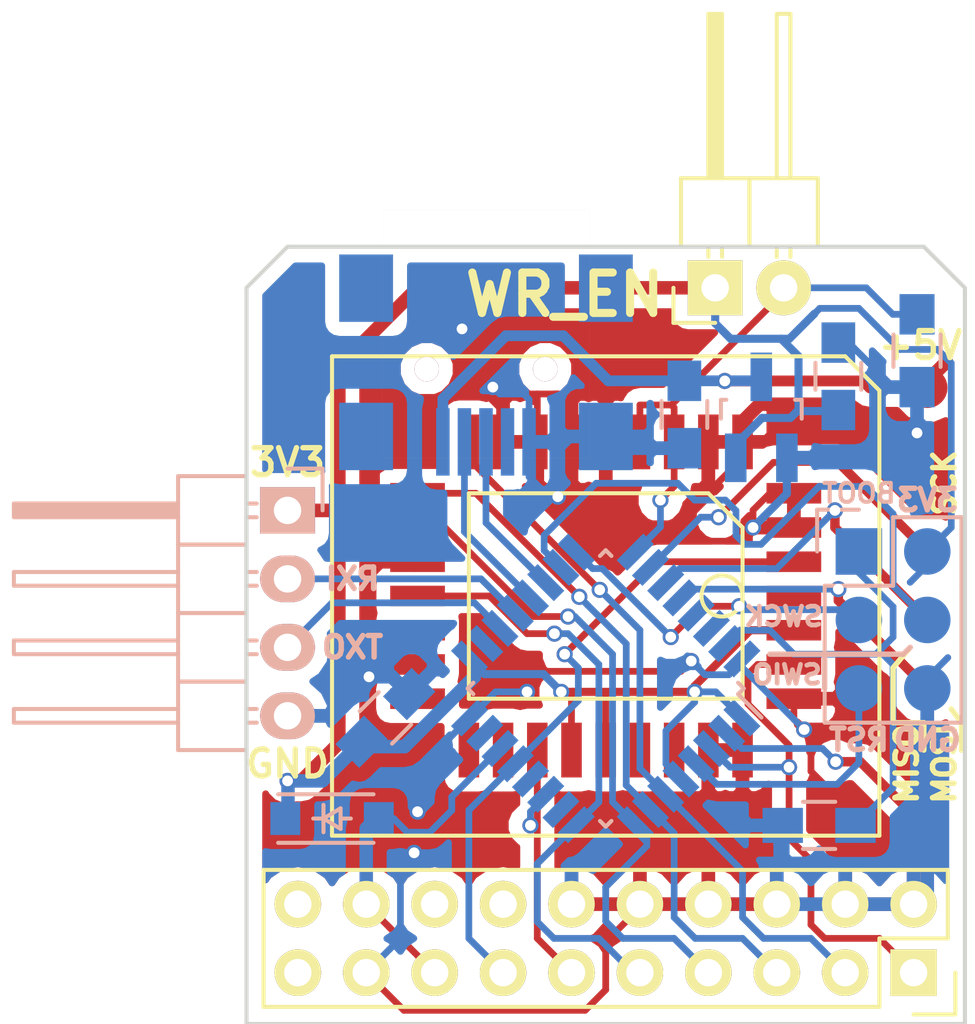
<source format=kicad_pcb>
(kicad_pcb (version 4) (host pcbnew "(2015-10-03 BZR 6242)-product")

  (general
    (links 79)
    (no_connects 4)
    (area 135.179999 93.650999 162.000001 122.630001)
    (thickness 1.6)
    (drawings 30)
    (tracks 462)
    (zones 0)
    (modules 19)
    (nets 25)
  )

  (page A4)
  (layers
    (0 F.Cu signal)
    (31 B.Cu signal)
    (32 B.Adhes user hide)
    (33 F.Adhes user hide)
    (34 B.Paste user hide)
    (35 F.Paste user hide)
    (36 B.SilkS user)
    (37 F.SilkS user)
    (38 B.Mask user)
    (39 F.Mask user)
    (40 Dwgs.User user)
    (41 Cmts.User user)
    (42 Eco1.User user)
    (43 Eco2.User user hide)
    (44 Edge.Cuts user hide)
    (45 Margin user)
    (46 B.CrtYd user hide)
    (47 F.CrtYd user)
    (48 B.Fab user)
    (49 F.Fab user hide)
  )

  (setup
    (last_trace_width 0.5)
    (user_trace_width 0.5)
    (trace_clearance 0.18)
    (zone_clearance 0.508)
    (zone_45_only no)
    (trace_min 0.2)
    (segment_width 0.2)
    (edge_width 0.15)
    (via_size 0.6)
    (via_drill 0.4)
    (via_min_size 0.4)
    (via_min_drill 0.3)
    (uvia_size 0.3)
    (uvia_drill 0.1)
    (uvias_allowed no)
    (uvia_min_size 0.2)
    (uvia_min_drill 0.1)
    (pcb_text_width 0.3)
    (pcb_text_size 1.5 1.5)
    (mod_edge_width 0.15)
    (mod_text_size 1 1)
    (mod_text_width 0.15)
    (pad_size 1.524 1.524)
    (pad_drill 0.762)
    (pad_to_mask_clearance 0.2)
    (aux_axis_origin 0 0)
    (visible_elements FFFFFF7F)
    (pcbplotparams
      (layerselection 0x010f0_80000001)
      (usegerberextensions false)
      (excludeedgelayer true)
      (linewidth 0.100000)
      (plotframeref false)
      (viasonmask false)
      (mode 1)
      (useauxorigin false)
      (hpglpennumber 1)
      (hpglpenspeed 20)
      (hpglpendiameter 15)
      (hpglpenoverlay 2)
      (psnegative false)
      (psa4output false)
      (plotreference true)
      (plotvalue true)
      (plotinvisibletext false)
      (padsonsilk false)
      (subtractmaskfromsilk true)
      (outputformat 1)
      (mirror false)
      (drillshape 0)
      (scaleselection 1)
      (outputdirectory gerb/))
  )

  (net 0 "")
  (net 1 VCC)
  (net 2 GND)
  (net 3 /D0)
  (net 4 /D1)
  (net 5 /D2)
  (net 6 /D3)
  (net 7 /~RST)
  (net 8 /~WP)
  (net 9 /CLK)
  (net 10 /~LFRAME)
  (net 11 /MISO)
  (net 12 /SCK)
  (net 13 /MOSI)
  (net 14 /RXD)
  (net 15 /TXD)
  (net 16 /~SRST)
  (net 17 /D+)
  (net 18 /D-)
  (net 19 /BOOT0)
  (net 20 /SWCLK)
  (net 21 /SWDIO)
  (net 22 /3V3IN)
  (net 23 /VBUS)
  (net 24 /SPIOE)

  (net_class Default "This is the default net class."
    (clearance 0.18)
    (trace_width 0.25)
    (via_dia 0.6)
    (via_drill 0.4)
    (uvia_dia 0.3)
    (uvia_drill 0.1)
    (add_net /3V3IN)
    (add_net /BOOT0)
    (add_net /CLK)
    (add_net /D+)
    (add_net /D-)
    (add_net /D0)
    (add_net /D1)
    (add_net /D2)
    (add_net /D3)
    (add_net /MISO)
    (add_net /MOSI)
    (add_net /RXD)
    (add_net /SCK)
    (add_net /SPIOE)
    (add_net /SWCLK)
    (add_net /SWDIO)
    (add_net /TXD)
    (add_net /VBUS)
    (add_net /~LFRAME)
    (add_net /~RST)
    (add_net /~SRST)
    (add_net /~WP)
    (add_net GND)
    (add_net VCC)
  )

  (module Housings_QFP:LQFP-32_7x7mm_Pitch0.8mm (layer B.Cu) (tedit 563F8CC5) (tstamp 563EDC28)
    (at 148.59 110.109 135)
    (descr "LQFP32: plastic low profile quad flat package; 32 leads; body 7 x 7 x 1.4 mm (see NXP sot358-1_po.pdf and sot358-1_fr.pdf)")
    (tags "QFP 0.8")
    (path /563ED896)
    (attr smd)
    (fp_text reference U2 (at 0 5.85 135) (layer B.SilkS) hide
      (effects (font (size 1 1) (thickness 0.15)) (justify mirror))
    )
    (fp_text value STM32F042Kx (at 0 -5.85 135) (layer B.Fab) hide
      (effects (font (size 1 1) (thickness 0.15)) (justify mirror))
    )
    (fp_line (start -5.1 5.1) (end -5.1 -5.1) (layer B.CrtYd) (width 0.05))
    (fp_line (start 5.1 5.1) (end 5.1 -5.1) (layer B.CrtYd) (width 0.05))
    (fp_line (start -5.1 5.1) (end 5.1 5.1) (layer B.CrtYd) (width 0.05))
    (fp_line (start -5.1 -5.1) (end 5.1 -5.1) (layer B.CrtYd) (width 0.05))
    (fp_line (start -3.625 3.625) (end -3.625 3.325) (layer B.SilkS) (width 0.15))
    (fp_line (start 3.625 3.625) (end 3.625 3.325) (layer B.SilkS) (width 0.15))
    (fp_line (start 3.625 -3.625) (end 3.625 -3.325) (layer B.SilkS) (width 0.15))
    (fp_line (start -3.625 -3.625) (end -3.625 -3.325) (layer B.SilkS) (width 0.15))
    (fp_line (start -3.625 3.625) (end -3.325 3.625) (layer B.SilkS) (width 0.15))
    (fp_line (start -3.625 -3.625) (end -3.325 -3.625) (layer B.SilkS) (width 0.15))
    (fp_line (start 3.625 -3.625) (end 3.325 -3.625) (layer B.SilkS) (width 0.15))
    (fp_line (start 3.625 3.625) (end 3.325 3.625) (layer B.SilkS) (width 0.15))
    (fp_line (start -3.625 3.325) (end -4.85 3.325) (layer B.SilkS) (width 0.15))
    (pad 1 smd rect (at -4.35 2.8 135) (size 1.4 0.55) (layers B.Cu B.Paste B.Mask)
      (net 1 VCC))
    (pad 8 smd rect (at -4.35 -2.8 135) (size 1.4 0.55) (layers B.Cu B.Paste B.Mask)
      (net 5 /D2))
    (pad 9 smd rect (at -2.8 -4.35 45) (size 1.4 0.55) (layers B.Cu B.Paste B.Mask)
      (net 6 /D3))
    (pad 16 smd rect (at 2.8 -4.35 45) (size 1.4 0.55) (layers B.Cu B.Paste B.Mask)
      (net 2 GND))
    (pad 17 smd rect (at 4.35 -2.8 135) (size 1.4 0.55) (layers B.Cu B.Paste B.Mask)
      (net 1 VCC))
    (pad 24 smd rect (at 4.35 2.8 135) (size 1.4 0.55) (layers B.Cu B.Paste B.Mask)
      (net 20 /SWCLK))
    (pad 25 smd rect (at 2.8 4.35 45) (size 1.4 0.55) (layers B.Cu B.Paste B.Mask)
      (net 8 /~WP))
    (pad 32 smd rect (at -2.8 4.35 45) (size 1.4 0.55) (layers B.Cu B.Paste B.Mask)
      (net 2 GND))
    (pad 2 smd rect (at -4.35 2 135) (size 1.4 0.55) (layers B.Cu B.Paste B.Mask)
      (net 24 /SPIOE))
    (pad 3 smd rect (at -4.35 1.2 135) (size 1.4 0.55) (layers B.Cu B.Paste B.Mask)
      (net 9 /CLK))
    (pad 4 smd rect (at -4.35 0.4 135) (size 1.4 0.55) (layers B.Cu B.Paste B.Mask)
      (net 16 /~SRST))
    (pad 5 smd rect (at -4.35 -0.4 135) (size 1.4 0.55) (layers B.Cu B.Paste B.Mask)
      (net 1 VCC))
    (pad 6 smd rect (at -4.35 -1.2 135) (size 1.4 0.55) (layers B.Cu B.Paste B.Mask)
      (net 3 /D0))
    (pad 7 smd rect (at -4.35 -2 135) (size 1.4 0.55) (layers B.Cu B.Paste B.Mask)
      (net 4 /D1))
    (pad 10 smd rect (at -2 -4.35 45) (size 1.4 0.55) (layers B.Cu B.Paste B.Mask))
    (pad 11 smd rect (at -1.2 -4.35 45) (size 1.4 0.55) (layers B.Cu B.Paste B.Mask)
      (net 10 /~LFRAME))
    (pad 12 smd rect (at -0.4 -4.35 45) (size 1.4 0.55) (layers B.Cu B.Paste B.Mask))
    (pad 13 smd rect (at 0.4 -4.35 45) (size 1.4 0.55) (layers B.Cu B.Paste B.Mask)
      (net 7 /~RST))
    (pad 14 smd rect (at 1.2 -4.35 45) (size 1.4 0.55) (layers B.Cu B.Paste B.Mask)
      (net 22 /3V3IN))
    (pad 15 smd rect (at 2 -4.35 45) (size 1.4 0.55) (layers B.Cu B.Paste B.Mask))
    (pad 18 smd rect (at 4.35 -2 135) (size 1.4 0.55) (layers B.Cu B.Paste B.Mask))
    (pad 19 smd rect (at 4.35 -1.2 135) (size 1.4 0.55) (layers B.Cu B.Paste B.Mask)
      (net 15 /TXD))
    (pad 20 smd rect (at 4.35 -0.4 135) (size 1.4 0.55) (layers B.Cu B.Paste B.Mask)
      (net 14 /RXD))
    (pad 21 smd rect (at 4.35 0.4 135) (size 1.4 0.55) (layers B.Cu B.Paste B.Mask)
      (net 18 /D-))
    (pad 22 smd rect (at 4.35 1.2 135) (size 1.4 0.55) (layers B.Cu B.Paste B.Mask)
      (net 17 /D+))
    (pad 23 smd rect (at 4.35 2 135) (size 1.4 0.55) (layers B.Cu B.Paste B.Mask)
      (net 21 /SWDIO))
    (pad 26 smd rect (at 2 4.35 45) (size 1.4 0.55) (layers B.Cu B.Paste B.Mask)
      (net 12 /SCK))
    (pad 27 smd rect (at 1.2 4.35 45) (size 1.4 0.55) (layers B.Cu B.Paste B.Mask)
      (net 11 /MISO))
    (pad 28 smd rect (at 0.4 4.35 45) (size 1.4 0.55) (layers B.Cu B.Paste B.Mask)
      (net 13 /MOSI))
    (pad 29 smd rect (at -0.4 4.35 45) (size 1.4 0.55) (layers B.Cu B.Paste B.Mask))
    (pad 30 smd rect (at -1.2 4.35 45) (size 1.4 0.55) (layers B.Cu B.Paste B.Mask))
    (pad 31 smd rect (at -2 4.35 45) (size 1.4 0.55) (layers B.Cu B.Paste B.Mask)
      (net 19 /BOOT0))
    (model Housings_QFP.3dshapes/LQFP-32_7x7mm_Pitch0.8mm.wrl
      (at (xyz 0 0 0))
      (scale (xyz 1 1 1))
      (rotate (xyz 0 0 0))
    )
  )

  (module Resistors_SMD:R_0805_HandSoldering (layer B.Cu) (tedit 56395E37) (tstamp 56392A03)
    (at 156.511 115.189 180)
    (descr "Resistor SMD 0805, hand soldering")
    (tags "resistor 0805")
    (path /563F3385)
    (attr smd)
    (fp_text reference R2 (at 0 2.1 180) (layer B.SilkS) hide
      (effects (font (size 1 1) (thickness 0.15)) (justify mirror))
    )
    (fp_text value 4k7 (at 0 -2.1 180) (layer B.Fab) hide
      (effects (font (size 1 1) (thickness 0.15)) (justify mirror))
    )
    (fp_line (start -2.4 1) (end 2.4 1) (layer B.CrtYd) (width 0.05))
    (fp_line (start -2.4 -1) (end 2.4 -1) (layer B.CrtYd) (width 0.05))
    (fp_line (start -2.4 1) (end -2.4 -1) (layer B.CrtYd) (width 0.05))
    (fp_line (start 2.4 1) (end 2.4 -1) (layer B.CrtYd) (width 0.05))
    (fp_line (start 0.6 -0.875) (end -0.6 -0.875) (layer B.SilkS) (width 0.15))
    (fp_line (start -0.6 0.875) (end 0.6 0.875) (layer B.SilkS) (width 0.15))
    (pad 1 smd rect (at -1.35 0 180) (size 1.5 1.3) (layers B.Cu B.Paste B.Mask)
      (net 19 /BOOT0))
    (pad 2 smd rect (at 1.35 0 180) (size 1.5 1.3) (layers B.Cu B.Paste B.Mask)
      (net 2 GND))
    (model Resistors_SMD.3dshapes/R_0805_HandSoldering.wrl
      (at (xyz 0 0 0))
      (scale (xyz 1 1 1))
      (rotate (xyz 0 0 0))
    )
  )

  (module SMD_Packages:PLCC-32 (layer F.Cu) (tedit 563907DD) (tstamp 5638F031)
    (at 148.59 106.68 270)
    (descr "Support CMS Plcc 32 pins")
    (tags "CMS Plcc")
    (path /5638B5AA)
    (attr smd)
    (fp_text reference U1 (at -10.414 0 360) (layer F.SilkS) hide
      (effects (font (size 1 1) (thickness 0.15)))
    )
    (fp_text value Pm49FL004 (at 10.16 0 360) (layer F.Fab) hide
      (effects (font (size 1 1) (thickness 0.15)))
    )
    (fp_circle (center 0 -4.318) (end 0 -5.08) (layer F.SilkS) (width 0.15))
    (fp_line (start 3.81 -5.08) (end -2.54 -5.08) (layer F.SilkS) (width 0.15))
    (fp_line (start -2.54 -5.08) (end -3.81 -3.81) (layer F.SilkS) (width 0.15))
    (fp_line (start -3.81 -3.81) (end -3.81 5.08) (layer F.SilkS) (width 0.15))
    (fp_line (start -3.81 5.08) (end 3.81 5.08) (layer F.SilkS) (width 0.15))
    (fp_line (start 3.81 5.08) (end 3.81 -5.08) (layer F.SilkS) (width 0.15))
    (fp_line (start 8.89 -6.985) (end 8.89 10.16) (layer F.SilkS) (width 0.15))
    (fp_line (start 8.89 10.16) (end -8.89 10.16) (layer F.SilkS) (width 0.15))
    (fp_line (start -8.89 10.16) (end -8.89 -8.89) (layer F.SilkS) (width 0.15))
    (fp_line (start -8.89 -8.89) (end -7.62 -10.16) (layer F.SilkS) (width 0.15))
    (fp_line (start -7.62 -10.16) (end 8.89 -10.16) (layer F.SilkS) (width 0.15))
    (fp_line (start 8.89 -10.16) (end 8.89 -6.985) (layer F.SilkS) (width 0.15))
    (pad 1 smd rect (at 0 -6.985 270) (size 0.762 2.032) (layers F.Cu F.Paste F.Mask))
    (pad 2 smd rect (at -1.27 -6.985 270) (size 0.762 2.032) (layers F.Cu F.Paste F.Mask)
      (net 7 /~RST))
    (pad 3 smd rect (at -2.54 -6.985 270) (size 0.762 2.032) (layers F.Cu F.Paste F.Mask)
      (net 2 GND))
    (pad 4 smd rect (at -3.81 -6.985 270) (size 0.762 2.032) (layers F.Cu F.Paste F.Mask)
      (net 2 GND))
    (pad 5 smd rect (at -5.715 -5.08 270) (size 2.032 0.762) (layers F.Cu F.Paste F.Mask)
      (net 2 GND))
    (pad 6 smd rect (at -5.715 -3.81 270) (size 2.032 0.762) (layers F.Cu F.Paste F.Mask)
      (net 2 GND))
    (pad 7 smd rect (at -5.715 -2.54 270) (size 2.032 0.762) (layers F.Cu F.Paste F.Mask)
      (net 8 /~WP))
    (pad 8 smd rect (at -5.715 -1.27 270) (size 2.032 0.762) (layers F.Cu F.Paste F.Mask)
      (net 8 /~WP))
    (pad 9 smd rect (at -5.715 0 270) (size 2.032 0.762) (layers F.Cu F.Paste F.Mask)
      (net 2 GND))
    (pad 10 smd rect (at -5.715 1.27 270) (size 2.032 0.762) (layers F.Cu F.Paste F.Mask)
      (net 2 GND))
    (pad 11 smd rect (at -5.715 2.54 270) (size 2.032 0.762) (layers F.Cu F.Paste F.Mask)
      (net 2 GND))
    (pad 12 smd rect (at -5.715 3.81 270) (size 2.032 0.762) (layers F.Cu F.Paste F.Mask)
      (net 2 GND))
    (pad 13 smd rect (at -5.715 5.08 270) (size 2.032 0.762) (layers F.Cu F.Paste F.Mask)
      (net 3 /D0))
    (pad 14 smd rect (at -3.81 6.985 270) (size 0.762 2.032) (layers F.Cu F.Paste F.Mask)
      (net 4 /D1))
    (pad 15 smd rect (at -2.54 6.985 270) (size 0.762 2.032) (layers F.Cu F.Paste F.Mask)
      (net 5 /D2))
    (pad 16 smd rect (at -1.27 6.985 270) (size 0.762 2.032) (layers F.Cu F.Paste F.Mask)
      (net 2 GND))
    (pad 17 smd rect (at 0 6.985 270) (size 0.762 2.032) (layers F.Cu F.Paste F.Mask)
      (net 6 /D3))
    (pad 18 smd rect (at 1.27 6.985 270) (size 0.762 2.032) (layers F.Cu F.Paste F.Mask))
    (pad 19 smd rect (at 2.54 6.985 270) (size 0.762 2.032) (layers F.Cu F.Paste F.Mask))
    (pad 20 smd rect (at 3.81 6.985 270) (size 0.762 2.032) (layers F.Cu F.Paste F.Mask))
    (pad 21 smd rect (at 5.715 5.08 270) (size 2.032 0.762) (layers F.Cu F.Paste F.Mask))
    (pad 22 smd rect (at 5.715 3.81 270) (size 2.032 0.762) (layers F.Cu F.Paste F.Mask))
    (pad 23 smd rect (at 5.715 2.54 270) (size 2.032 0.762) (layers F.Cu F.Paste F.Mask)
      (net 10 /~LFRAME))
    (pad 24 smd rect (at 5.715 1.27 270) (size 2.032 0.762) (layers F.Cu F.Paste F.Mask)
      (net 1 VCC))
    (pad 25 smd rect (at 5.715 0 270) (size 2.032 0.762) (layers F.Cu F.Paste F.Mask)
      (net 1 VCC))
    (pad 26 smd rect (at 5.715 -1.27 270) (size 2.032 0.762) (layers F.Cu F.Paste F.Mask))
    (pad 27 smd rect (at 5.715 -2.54 270) (size 2.032 0.762) (layers F.Cu F.Paste F.Mask))
    (pad 28 smd rect (at 5.715 -3.81 270) (size 2.032 0.762) (layers F.Cu F.Paste F.Mask)
      (net 2 GND))
    (pad 29 smd rect (at 5.715 -5.08 270) (size 2.032 0.762) (layers F.Cu F.Paste F.Mask)
      (net 2 GND))
    (pad 30 smd rect (at 3.81 -6.985 270) (size 0.762 2.032) (layers F.Cu F.Paste F.Mask)
      (net 2 GND))
    (pad 31 smd rect (at 2.54 -6.985 270) (size 0.762 2.032) (layers F.Cu F.Paste F.Mask)
      (net 9 /CLK))
    (pad 32 smd rect (at 1.27 -6.985 270) (size 0.762 2.032) (layers F.Cu F.Paste F.Mask)
      (net 1 VCC))
  )

  (module kicad-libraries:TSTPT (layer F.Cu) (tedit 5639B322) (tstamp 5639B24B)
    (at 160.528 107.569)
    (path /5639B29C)
    (attr smd)
    (fp_text reference P5 (at 0 -0.3) (layer F.SilkS) hide
      (effects (font (size 0.127 0.127) (thickness 0.03175)))
    )
    (fp_text value CONN_01X01 (at 0 0) (layer F.SilkS) hide
      (effects (font (size 0.127 0.127) (thickness 0.03175)))
    )
    (pad 1 smd circle (at 0 0) (size 1.6 1.6) (layers F.Cu F.Paste F.Mask)
      (net 11 /MISO))
  )

  (module kicad-libraries:TSTPT (layer F.Cu) (tedit 5639B305) (tstamp 56396D9D)
    (at 160.528 110.109)
    (path /5639989E)
    (attr smd)
    (fp_text reference P4 (at 0 -0.3) (layer F.SilkS) hide
      (effects (font (size 0.127 0.127) (thickness 0.03175)))
    )
    (fp_text value CONN_01X01 (at 0 0) (layer F.SilkS) hide
      (effects (font (size 0.127 0.127) (thickness 0.03175)))
    )
    (pad 1 smd circle (at 0 0) (size 1.6 1.6) (layers F.Cu F.Paste F.Mask)
      (net 13 /MOSI))
  )

  (module kicad-libraries:TSTPT (layer F.Cu) (tedit 5639B2E3) (tstamp 5639B250)
    (at 160.528 105.029)
    (path /5639B39A)
    (attr smd)
    (fp_text reference P6 (at 0 -0.3) (layer F.SilkS) hide
      (effects (font (size 0.127 0.127) (thickness 0.03175)))
    )
    (fp_text value CONN_01X01 (at 0 0) (layer F.SilkS) hide
      (effects (font (size 0.127 0.127) (thickness 0.03175)))
    )
    (pad 1 smd circle (at 0 0) (size 1.6 1.6) (layers F.Cu F.Paste F.Mask)
      (net 12 /SCK))
  )

  (module Diodes_SMD:SOD-123 (layer B.Cu) (tedit 56398AEA) (tstamp 563929E1)
    (at 138.43 114.935)
    (descr SOD-123)
    (tags SOD-123)
    (path /56392D58)
    (attr smd)
    (fp_text reference D1 (at 0 2) (layer B.SilkS) hide
      (effects (font (size 1 1) (thickness 0.15)) (justify mirror))
    )
    (fp_text value D_Schottky_Small (at 0 -2.1) (layer B.Fab) hide
      (effects (font (size 1 1) (thickness 0.15)) (justify mirror))
    )
    (fp_line (start 0.3175 0) (end 0.6985 0) (layer B.SilkS) (width 0.15))
    (fp_line (start -0.6985 0) (end -0.3175 0) (layer B.SilkS) (width 0.15))
    (fp_line (start -0.3175 0) (end 0.3175 0.381) (layer B.SilkS) (width 0.15))
    (fp_line (start 0.3175 0.381) (end 0.3175 -0.381) (layer B.SilkS) (width 0.15))
    (fp_line (start 0.3175 -0.381) (end -0.3175 0) (layer B.SilkS) (width 0.15))
    (fp_line (start -0.3175 0.508) (end -0.3175 -0.508) (layer B.SilkS) (width 0.15))
    (fp_line (start -2.25 1.05) (end 2.25 1.05) (layer B.CrtYd) (width 0.05))
    (fp_line (start 2.25 1.05) (end 2.25 -1.05) (layer B.CrtYd) (width 0.05))
    (fp_line (start 2.25 -1.05) (end -2.25 -1.05) (layer B.CrtYd) (width 0.05))
    (fp_line (start -2.25 1.05) (end -2.25 -1.05) (layer B.CrtYd) (width 0.05))
    (fp_line (start -2 -0.9) (end 1.54 -0.9) (layer B.SilkS) (width 0.15))
    (fp_line (start -2 0.9) (end 1.54 0.9) (layer B.SilkS) (width 0.15))
    (pad 1 smd rect (at -1.735 0) (size 1.11 1.22) (layers B.Cu B.Paste B.Mask)
      (net 1 VCC))
    (pad 2 smd rect (at 1.735 0) (size 1.11 1.22) (layers B.Cu B.Paste B.Mask)
      (net 22 /3V3IN))
  )

  (module kicad-libraries:USB-MINI-B-SMD (layer B.Cu) (tedit 563988BC) (tstamp 563929F8)
    (at 144.145 93.01386 180)
    (path /56391EEB)
    (attr smd)
    (fp_text reference P3 (at -0.0891 -2.275 180) (layer B.SilkS) hide
      (effects (font (size 0.29972 0.29972) (thickness 0.07493)) (justify mirror))
    )
    (fp_text value USB_OTG (at -0.0891 -4.075 180) (layer B.SilkS) hide
      (effects (font (size 0.29972 0.29972) (thickness 0.07493)) (justify mirror))
    )
    (fp_line (start -3.85064 0.65024) (end 3.85064 0.65024) (layer B.SilkS) (width 0.001))
    (fp_line (start 3.85064 0.65024) (end 3.85064 -8.54964) (layer B.SilkS) (width 0.001))
    (fp_line (start 3.85064 -8.54964) (end -3.85064 -8.54964) (layer B.SilkS) (width 0.001))
    (fp_line (start -3.85064 -8.54964) (end -3.85064 0.65024) (layer B.SilkS) (width 0.001))
    (pad "" smd rect (at 4.45008 -2.25044 180) (size 1.99898 2.49936) (layers B.Cu B.Paste B.Mask)
      (clearance 0.14986))
    (pad "" smd rect (at 4.45008 -7.74954 180) (size 1.99898 2.49936) (layers B.Cu B.Paste B.Mask))
    (pad 6 smd rect (at -4.45008 -7.74954 180) (size 1.99898 2.49936) (layers B.Cu B.Paste B.Mask)
      (net 2 GND))
    (pad "" smd rect (at -4.45008 -2.25044 180) (size 1.99898 2.49936) (layers B.Cu B.Paste B.Mask))
    (pad "" thru_hole circle (at 2.19964 -5.25018 180) (size 0.90932 0.90932) (drill 0.89916) (layers *.Cu *.Mask B.SilkS)
      (clearance 0.14986))
    (pad "" thru_hole circle (at -2.19964 -5.25018 180) (size 0.90932 0.90932) (drill 0.89916) (layers *.Cu *.Mask B.SilkS)
      (clearance 0.14986))
    (pad 5 smd rect (at -1.6002 -7.95114 180) (size 0.50038 2.50124) (layers B.Cu B.Paste B.Mask)
      (net 2 GND) (clearance 0.14986))
    (pad 4 smd rect (at -0.8001 -7.95114 180) (size 0.50038 2.50124) (layers B.Cu B.Paste B.Mask)
      (clearance 0.14986))
    (pad 3 smd rect (at 0 -7.95114 180) (size 0.50038 2.50124) (layers B.Cu B.Paste B.Mask)
      (net 17 /D+) (clearance 0.14986))
    (pad 2 smd rect (at 0.8001 -7.95114 180) (size 0.50038 2.50124) (layers B.Cu B.Paste B.Mask)
      (net 18 /D-) (clearance 0.14986))
    (pad 1 smd rect (at 1.6002 -7.95114 180) (size 0.50038 2.50124) (layers B.Cu B.Paste B.Mask)
      (net 23 /VBUS) (clearance 0.14986))
  )

  (module Socket_Strips:Socket_Strip_Straight_2x03 (layer B.Cu) (tedit 56395DA5) (tstamp 563929DB)
    (at 157.988 105.029 270)
    (descr "Through hole socket strip")
    (tags "socket strip")
    (path /5639450A)
    (fp_text reference CON1 (at 0 5.1 270) (layer B.SilkS) hide
      (effects (font (size 1 1) (thickness 0.15)) (justify mirror))
    )
    (fp_text value SWD_BOOT_CS-6 (at 0 3.1 270) (layer B.Fab) hide
      (effects (font (size 1 1) (thickness 0.15)) (justify mirror))
    )
    (fp_line (start 6.35 1.27) (end 1.27 1.27) (layer B.SilkS) (width 0.15))
    (fp_line (start -1.55 1.55) (end 0 1.55) (layer B.SilkS) (width 0.15))
    (fp_line (start -1.75 1.75) (end -1.75 -4.3) (layer B.CrtYd) (width 0.05))
    (fp_line (start 6.85 1.75) (end 6.85 -4.3) (layer B.CrtYd) (width 0.05))
    (fp_line (start -1.75 1.75) (end 6.85 1.75) (layer B.CrtYd) (width 0.05))
    (fp_line (start -1.75 -4.3) (end 6.85 -4.3) (layer B.CrtYd) (width 0.05))
    (fp_line (start -1.27 -1.27) (end 1.27 -1.27) (layer B.SilkS) (width 0.15))
    (fp_line (start 1.27 -1.27) (end 1.27 1.27) (layer B.SilkS) (width 0.15))
    (fp_line (start 6.35 1.27) (end 6.35 -3.81) (layer B.SilkS) (width 0.15))
    (fp_line (start 6.35 -3.81) (end 1.27 -3.81) (layer B.SilkS) (width 0.15))
    (fp_line (start -1.55 1.55) (end -1.55 0) (layer B.SilkS) (width 0.15))
    (fp_line (start -1.27 -3.81) (end -1.27 -1.27) (layer B.SilkS) (width 0.15))
    (fp_line (start 1.27 -3.81) (end -1.27 -3.81) (layer B.SilkS) (width 0.15))
    (pad 1 smd rect (at 0 0 270) (size 1.7272 1.7272) (layers B.Cu B.Paste B.Mask)
      (net 19 /BOOT0))
    (pad 2 smd oval (at 0 -2.54 270) (size 1.7272 1.7272) (layers B.Cu B.Paste B.Mask)
      (net 1 VCC))
    (pad 3 smd oval (at 2.54 0 270) (size 1.7272 1.7272) (layers B.Cu B.Paste B.Mask)
      (net 20 /SWCLK))
    (pad 4 smd oval (at 2.54 -2.54 270) (size 1.7272 1.7272) (layers B.Cu B.Paste B.Mask)
      (net 21 /SWDIO))
    (pad 5 smd oval (at 5.08 0 270) (size 1.7272 1.7272) (layers B.Cu B.Paste B.Mask)
      (net 16 /~SRST))
    (pad 6 smd oval (at 5.08 -2.54 270) (size 1.7272 1.7272) (layers B.Cu B.Paste B.Mask)
      (net 2 GND))
  )

  (module Pin_Headers:Pin_Header_Angled_1x02 (layer F.Cu) (tedit 563907D2) (tstamp 5638F52D)
    (at 152.654 95.25 90)
    (descr "Through hole pin header")
    (tags "pin header")
    (path /5638BA11)
    (fp_text reference JP1 (at 0 -5.1 90) (layer F.SilkS) hide
      (effects (font (size 1 1) (thickness 0.15)))
    )
    (fp_text value JUMPER (at 0 -3.1 90) (layer F.Fab) hide
      (effects (font (size 1 1) (thickness 0.15)))
    )
    (fp_line (start -1.5 -1.75) (end -1.5 4.3) (layer F.CrtYd) (width 0.05))
    (fp_line (start 10.65 -1.75) (end 10.65 4.3) (layer F.CrtYd) (width 0.05))
    (fp_line (start -1.5 -1.75) (end 10.65 -1.75) (layer F.CrtYd) (width 0.05))
    (fp_line (start -1.5 4.3) (end 10.65 4.3) (layer F.CrtYd) (width 0.05))
    (fp_line (start -1.3 -1.55) (end -1.3 0) (layer F.SilkS) (width 0.15))
    (fp_line (start 0 -1.55) (end -1.3 -1.55) (layer F.SilkS) (width 0.15))
    (fp_line (start 4.191 -0.127) (end 10.033 -0.127) (layer F.SilkS) (width 0.15))
    (fp_line (start 10.033 -0.127) (end 10.033 0.127) (layer F.SilkS) (width 0.15))
    (fp_line (start 10.033 0.127) (end 4.191 0.127) (layer F.SilkS) (width 0.15))
    (fp_line (start 4.191 0.127) (end 4.191 0) (layer F.SilkS) (width 0.15))
    (fp_line (start 4.191 0) (end 10.033 0) (layer F.SilkS) (width 0.15))
    (fp_line (start 1.524 -0.254) (end 1.143 -0.254) (layer F.SilkS) (width 0.15))
    (fp_line (start 1.524 0.254) (end 1.143 0.254) (layer F.SilkS) (width 0.15))
    (fp_line (start 1.524 2.286) (end 1.143 2.286) (layer F.SilkS) (width 0.15))
    (fp_line (start 1.524 2.794) (end 1.143 2.794) (layer F.SilkS) (width 0.15))
    (fp_line (start 1.524 -1.27) (end 4.064 -1.27) (layer F.SilkS) (width 0.15))
    (fp_line (start 1.524 1.27) (end 4.064 1.27) (layer F.SilkS) (width 0.15))
    (fp_line (start 1.524 1.27) (end 1.524 3.81) (layer F.SilkS) (width 0.15))
    (fp_line (start 1.524 3.81) (end 4.064 3.81) (layer F.SilkS) (width 0.15))
    (fp_line (start 4.064 2.286) (end 10.16 2.286) (layer F.SilkS) (width 0.15))
    (fp_line (start 10.16 2.286) (end 10.16 2.794) (layer F.SilkS) (width 0.15))
    (fp_line (start 10.16 2.794) (end 4.064 2.794) (layer F.SilkS) (width 0.15))
    (fp_line (start 4.064 3.81) (end 4.064 1.27) (layer F.SilkS) (width 0.15))
    (fp_line (start 4.064 1.27) (end 4.064 -1.27) (layer F.SilkS) (width 0.15))
    (fp_line (start 10.16 0.254) (end 4.064 0.254) (layer F.SilkS) (width 0.15))
    (fp_line (start 10.16 -0.254) (end 10.16 0.254) (layer F.SilkS) (width 0.15))
    (fp_line (start 4.064 -0.254) (end 10.16 -0.254) (layer F.SilkS) (width 0.15))
    (fp_line (start 1.524 1.27) (end 4.064 1.27) (layer F.SilkS) (width 0.15))
    (fp_line (start 1.524 -1.27) (end 1.524 1.27) (layer F.SilkS) (width 0.15))
    (pad 1 thru_hole rect (at 0 0 90) (size 2.032 2.032) (drill 1.016) (layers *.Cu *.Mask F.SilkS)
      (net 1 VCC))
    (pad 2 thru_hole oval (at 0 2.54 90) (size 2.032 2.032) (drill 1.016) (layers *.Cu *.Mask F.SilkS)
      (net 8 /~WP))
    (model Pin_Headers.3dshapes/Pin_Header_Angled_1x02.wrl
      (at (xyz 0 -0.05 0))
      (scale (xyz 1 1 1))
      (rotate (xyz 0 0 90))
    )
  )

  (module Socket_Strips:Socket_Strip_Straight_2x10 (layer F.Cu) (tedit 563907E3) (tstamp 5638F532)
    (at 160.02 120.65 180)
    (descr "Through hole socket strip")
    (tags "socket strip")
    (path /5638B5C2)
    (fp_text reference P1 (at 0 -5.1 180) (layer F.SilkS) hide
      (effects (font (size 1 1) (thickness 0.15)))
    )
    (fp_text value CONN_02X10 (at 0 -3.1 180) (layer F.Fab) hide
      (effects (font (size 1 1) (thickness 0.15)))
    )
    (fp_line (start -1.75 -1.75) (end -1.75 4.3) (layer F.CrtYd) (width 0.05))
    (fp_line (start 24.65 -1.75) (end 24.65 4.3) (layer F.CrtYd) (width 0.05))
    (fp_line (start -1.75 -1.75) (end 24.65 -1.75) (layer F.CrtYd) (width 0.05))
    (fp_line (start -1.75 4.3) (end 24.65 4.3) (layer F.CrtYd) (width 0.05))
    (fp_line (start 24.13 3.81) (end -1.27 3.81) (layer F.SilkS) (width 0.15))
    (fp_line (start 1.27 -1.27) (end 24.13 -1.27) (layer F.SilkS) (width 0.15))
    (fp_line (start 24.13 3.81) (end 24.13 -1.27) (layer F.SilkS) (width 0.15))
    (fp_line (start -1.27 3.81) (end -1.27 1.27) (layer F.SilkS) (width 0.15))
    (fp_line (start 0 -1.55) (end -1.55 -1.55) (layer F.SilkS) (width 0.15))
    (fp_line (start -1.27 1.27) (end 1.27 1.27) (layer F.SilkS) (width 0.15))
    (fp_line (start 1.27 1.27) (end 1.27 -1.27) (layer F.SilkS) (width 0.15))
    (fp_line (start -1.55 -1.55) (end -1.55 0) (layer F.SilkS) (width 0.15))
    (pad 1 thru_hole rect (at 0 0 180) (size 1.7272 1.7272) (drill 1.016) (layers *.Cu *.Mask F.SilkS)
      (net 9 /CLK))
    (pad 2 thru_hole oval (at 0 2.54 180) (size 1.7272 1.7272) (drill 1.016) (layers *.Cu *.Mask F.SilkS)
      (net 2 GND))
    (pad 3 thru_hole oval (at 2.54 0 180) (size 1.7272 1.7272) (drill 1.016) (layers *.Cu *.Mask F.SilkS)
      (net 3 /D0))
    (pad 4 thru_hole oval (at 2.54 2.54 180) (size 1.7272 1.7272) (drill 1.016) (layers *.Cu *.Mask F.SilkS)
      (net 2 GND))
    (pad 5 thru_hole oval (at 5.08 0 180) (size 1.7272 1.7272) (drill 1.016) (layers *.Cu *.Mask F.SilkS)
      (net 4 /D1))
    (pad 6 thru_hole oval (at 5.08 2.54 180) (size 1.7272 1.7272) (drill 1.016) (layers *.Cu *.Mask F.SilkS)
      (net 2 GND))
    (pad 7 thru_hole oval (at 7.62 0 180) (size 1.7272 1.7272) (drill 1.016) (layers *.Cu *.Mask F.SilkS)
      (net 5 /D2))
    (pad 8 thru_hole oval (at 7.62 2.54 180) (size 1.7272 1.7272) (drill 1.016) (layers *.Cu *.Mask F.SilkS)
      (net 2 GND))
    (pad 9 thru_hole oval (at 10.16 0 180) (size 1.7272 1.7272) (drill 1.016) (layers *.Cu *.Mask F.SilkS)
      (net 6 /D3))
    (pad 10 thru_hole oval (at 10.16 2.54 180) (size 1.7272 1.7272) (drill 1.016) (layers *.Cu *.Mask F.SilkS)
      (net 2 GND))
    (pad 11 thru_hole oval (at 12.7 0 180) (size 1.7272 1.7272) (drill 1.016) (layers *.Cu *.Mask F.SilkS)
      (net 10 /~LFRAME))
    (pad 12 thru_hole oval (at 12.7 2.54 180) (size 1.7272 1.7272) (drill 1.016) (layers *.Cu *.Mask F.SilkS)
      (net 2 GND))
    (pad 13 thru_hole oval (at 15.24 0 180) (size 1.7272 1.7272) (drill 1.016) (layers *.Cu *.Mask F.SilkS)
      (net 7 /~RST))
    (pad 14 thru_hole oval (at 15.24 2.54 180) (size 1.7272 1.7272) (drill 1.016) (layers *.Cu *.Mask F.SilkS))
    (pad 15 thru_hole oval (at 17.78 0 180) (size 1.7272 1.7272) (drill 1.016) (layers *.Cu *.Mask F.SilkS)
      (net 22 /3V3IN))
    (pad 16 thru_hole oval (at 17.78 2.54 180) (size 1.7272 1.7272) (drill 1.016) (layers *.Cu *.Mask F.SilkS))
    (pad 17 thru_hole oval (at 20.32 0 180) (size 1.7272 1.7272) (drill 1.016) (layers *.Cu *.Mask F.SilkS)
      (net 2 GND))
    (pad 18 thru_hole oval (at 20.32 2.54 180) (size 1.7272 1.7272) (drill 1.016) (layers *.Cu *.Mask F.SilkS)
      (net 22 /3V3IN))
    (pad 19 thru_hole oval (at 22.86 0 180) (size 1.7272 1.7272) (drill 1.016) (layers *.Cu *.Mask F.SilkS))
    (pad 20 thru_hole oval (at 22.86 2.54 180) (size 1.7272 1.7272) (drill 1.016) (layers *.Cu *.Mask F.SilkS))
    (model Socket_Strips.3dshapes/Socket_Strip_Straight_2x10.wrl
      (at (xyz 0.45 -0.05 0))
      (scale (xyz 1 1 1))
      (rotate (xyz 0 0 180))
    )
  )

  (module Capacitors_SMD:C_0805_HandSoldering (layer B.Cu) (tedit 56395DDF) (tstamp 563929C7)
    (at 157.226 98.532 90)
    (descr "Capacitor SMD 0805, hand soldering")
    (tags "capacitor 0805")
    (path /5638C48D)
    (attr smd)
    (fp_text reference C1 (at 0 2.1 90) (layer B.SilkS) hide
      (effects (font (size 1 1) (thickness 0.15)) (justify mirror))
    )
    (fp_text value 1u (at 0 -2.1 90) (layer B.Fab) hide
      (effects (font (size 1 1) (thickness 0.15)) (justify mirror))
    )
    (fp_line (start -2.3 1) (end 2.3 1) (layer B.CrtYd) (width 0.05))
    (fp_line (start -2.3 -1) (end 2.3 -1) (layer B.CrtYd) (width 0.05))
    (fp_line (start -2.3 1) (end -2.3 -1) (layer B.CrtYd) (width 0.05))
    (fp_line (start 2.3 1) (end 2.3 -1) (layer B.CrtYd) (width 0.05))
    (fp_line (start 0.5 0.85) (end -0.5 0.85) (layer B.SilkS) (width 0.15))
    (fp_line (start -0.5 -0.85) (end 0.5 -0.85) (layer B.SilkS) (width 0.15))
    (pad 1 smd rect (at -1.25 0 90) (size 1.5 1.25) (layers B.Cu B.Paste B.Mask)
      (net 1 VCC))
    (pad 2 smd rect (at 1.25 0 90) (size 1.5 1.25) (layers B.Cu B.Paste B.Mask)
      (net 2 GND))
    (model Capacitors_SMD.3dshapes/C_0805_HandSoldering.wrl
      (at (xyz 0 0 0))
      (scale (xyz 1 1 1))
      (rotate (xyz 0 0 0))
    )
  )

  (module Capacitors_SMD:C_0805_HandSoldering (layer B.Cu) (tedit 56395DFA) (tstamp 563929D1)
    (at 151.511 99.949 270)
    (descr "Capacitor SMD 0805, hand soldering")
    (tags "capacitor 0805")
    (path /563938D0)
    (attr smd)
    (fp_text reference C2 (at 0.02 -1.905 270) (layer B.SilkS) hide
      (effects (font (size 1 1) (thickness 0.15)) (justify mirror))
    )
    (fp_text value 1u (at 0 -2.1 270) (layer B.Fab) hide
      (effects (font (size 1 1) (thickness 0.15)) (justify mirror))
    )
    (fp_line (start -2.3 1) (end 2.3 1) (layer B.CrtYd) (width 0.05))
    (fp_line (start -2.3 -1) (end 2.3 -1) (layer B.CrtYd) (width 0.05))
    (fp_line (start -2.3 1) (end -2.3 -1) (layer B.CrtYd) (width 0.05))
    (fp_line (start 2.3 1) (end 2.3 -1) (layer B.CrtYd) (width 0.05))
    (fp_line (start 0.5 0.85) (end -0.5 0.85) (layer B.SilkS) (width 0.15))
    (fp_line (start -0.5 -0.85) (end 0.5 -0.85) (layer B.SilkS) (width 0.15))
    (pad 1 smd rect (at -1.25 0 270) (size 1.5 1.25) (layers B.Cu B.Paste B.Mask)
      (net 23 /VBUS))
    (pad 2 smd rect (at 1.25 0 270) (size 1.5 1.25) (layers B.Cu B.Paste B.Mask)
      (net 2 GND))
    (model Capacitors_SMD.3dshapes/C_0805_HandSoldering.wrl
      (at (xyz 0 0 0))
      (scale (xyz 1 1 1))
      (rotate (xyz 0 0 0))
    )
  )

  (module Pin_Headers:Pin_Header_Angled_1x04 (layer B.Cu) (tedit 56395DDC) (tstamp 563929E9)
    (at 136.779 103.505 180)
    (descr "Through hole pin header")
    (tags "pin header")
    (path /56396898)
    (fp_text reference P2 (at 0 5.1 180) (layer B.SilkS) hide
      (effects (font (size 1 1) (thickness 0.15)) (justify mirror))
    )
    (fp_text value CONN_01X04 (at 0 3.1 180) (layer B.Fab) hide
      (effects (font (size 1 1) (thickness 0.15)) (justify mirror))
    )
    (fp_line (start -1.5 1.75) (end -1.5 -9.4) (layer B.CrtYd) (width 0.05))
    (fp_line (start 10.65 1.75) (end 10.65 -9.4) (layer B.CrtYd) (width 0.05))
    (fp_line (start -1.5 1.75) (end 10.65 1.75) (layer B.CrtYd) (width 0.05))
    (fp_line (start -1.5 -9.4) (end 10.65 -9.4) (layer B.CrtYd) (width 0.05))
    (fp_line (start -1.3 1.55) (end -1.3 0) (layer B.SilkS) (width 0.15))
    (fp_line (start 0 1.55) (end -1.3 1.55) (layer B.SilkS) (width 0.15))
    (fp_line (start 4.191 0.127) (end 10.033 0.127) (layer B.SilkS) (width 0.15))
    (fp_line (start 10.033 0.127) (end 10.033 -0.127) (layer B.SilkS) (width 0.15))
    (fp_line (start 10.033 -0.127) (end 4.191 -0.127) (layer B.SilkS) (width 0.15))
    (fp_line (start 4.191 -0.127) (end 4.191 0) (layer B.SilkS) (width 0.15))
    (fp_line (start 4.191 0) (end 10.033 0) (layer B.SilkS) (width 0.15))
    (fp_line (start 1.524 0.254) (end 1.143 0.254) (layer B.SilkS) (width 0.15))
    (fp_line (start 1.524 -0.254) (end 1.143 -0.254) (layer B.SilkS) (width 0.15))
    (fp_line (start 1.524 -2.286) (end 1.143 -2.286) (layer B.SilkS) (width 0.15))
    (fp_line (start 1.524 -2.794) (end 1.143 -2.794) (layer B.SilkS) (width 0.15))
    (fp_line (start 1.524 -4.826) (end 1.143 -4.826) (layer B.SilkS) (width 0.15))
    (fp_line (start 1.524 -5.334) (end 1.143 -5.334) (layer B.SilkS) (width 0.15))
    (fp_line (start 1.524 -7.874) (end 1.143 -7.874) (layer B.SilkS) (width 0.15))
    (fp_line (start 1.524 -7.366) (end 1.143 -7.366) (layer B.SilkS) (width 0.15))
    (fp_line (start 1.524 1.27) (end 4.064 1.27) (layer B.SilkS) (width 0.15))
    (fp_line (start 1.524 -1.27) (end 4.064 -1.27) (layer B.SilkS) (width 0.15))
    (fp_line (start 1.524 -1.27) (end 1.524 -3.81) (layer B.SilkS) (width 0.15))
    (fp_line (start 1.524 -3.81) (end 4.064 -3.81) (layer B.SilkS) (width 0.15))
    (fp_line (start 4.064 -2.286) (end 10.16 -2.286) (layer B.SilkS) (width 0.15))
    (fp_line (start 10.16 -2.286) (end 10.16 -2.794) (layer B.SilkS) (width 0.15))
    (fp_line (start 10.16 -2.794) (end 4.064 -2.794) (layer B.SilkS) (width 0.15))
    (fp_line (start 4.064 -3.81) (end 4.064 -1.27) (layer B.SilkS) (width 0.15))
    (fp_line (start 4.064 -1.27) (end 4.064 1.27) (layer B.SilkS) (width 0.15))
    (fp_line (start 10.16 -0.254) (end 4.064 -0.254) (layer B.SilkS) (width 0.15))
    (fp_line (start 10.16 0.254) (end 10.16 -0.254) (layer B.SilkS) (width 0.15))
    (fp_line (start 4.064 0.254) (end 10.16 0.254) (layer B.SilkS) (width 0.15))
    (fp_line (start 1.524 -1.27) (end 4.064 -1.27) (layer B.SilkS) (width 0.15))
    (fp_line (start 1.524 1.27) (end 1.524 -1.27) (layer B.SilkS) (width 0.15))
    (fp_line (start 1.524 -6.35) (end 4.064 -6.35) (layer B.SilkS) (width 0.15))
    (fp_line (start 1.524 -6.35) (end 1.524 -8.89) (layer B.SilkS) (width 0.15))
    (fp_line (start 1.524 -8.89) (end 4.064 -8.89) (layer B.SilkS) (width 0.15))
    (fp_line (start 4.064 -7.366) (end 10.16 -7.366) (layer B.SilkS) (width 0.15))
    (fp_line (start 10.16 -7.366) (end 10.16 -7.874) (layer B.SilkS) (width 0.15))
    (fp_line (start 10.16 -7.874) (end 4.064 -7.874) (layer B.SilkS) (width 0.15))
    (fp_line (start 4.064 -8.89) (end 4.064 -6.35) (layer B.SilkS) (width 0.15))
    (fp_line (start 4.064 -6.35) (end 4.064 -3.81) (layer B.SilkS) (width 0.15))
    (fp_line (start 10.16 -5.334) (end 4.064 -5.334) (layer B.SilkS) (width 0.15))
    (fp_line (start 10.16 -4.826) (end 10.16 -5.334) (layer B.SilkS) (width 0.15))
    (fp_line (start 4.064 -4.826) (end 10.16 -4.826) (layer B.SilkS) (width 0.15))
    (fp_line (start 1.524 -6.35) (end 4.064 -6.35) (layer B.SilkS) (width 0.15))
    (fp_line (start 1.524 -3.81) (end 1.524 -6.35) (layer B.SilkS) (width 0.15))
    (fp_line (start 1.524 -3.81) (end 4.064 -3.81) (layer B.SilkS) (width 0.15))
    (pad 1 thru_hole rect (at 0 0 180) (size 2.032 1.7272) (drill 1.016) (layers *.Cu *.Mask B.SilkS)
      (net 1 VCC))
    (pad 2 thru_hole oval (at 0 -2.54 180) (size 2.032 1.7272) (drill 1.016) (layers *.Cu *.Mask B.SilkS)
      (net 14 /RXD))
    (pad 3 thru_hole oval (at 0 -5.08 180) (size 2.032 1.7272) (drill 1.016) (layers *.Cu *.Mask B.SilkS)
      (net 15 /TXD))
    (pad 4 thru_hole oval (at 0 -7.62 180) (size 2.032 1.7272) (drill 1.016) (layers *.Cu *.Mask B.SilkS)
      (net 2 GND))
    (model Pin_Headers.3dshapes/Pin_Header_Angled_1x04.wrl
      (at (xyz 0 -0.15 0))
      (scale (xyz 1 1 1))
      (rotate (xyz 0 0 90))
    )
  )

  (module Resistors_SMD:R_0805_HandSoldering (layer B.Cu) (tedit 56395D9C) (tstamp 563929F9)
    (at 160.147 97.583 270)
    (descr "Resistor SMD 0805, hand soldering")
    (tags "resistor 0805")
    (path /5638BBC6)
    (attr smd)
    (fp_text reference R1 (at 0 2.1 270) (layer B.SilkS) hide
      (effects (font (size 1 1) (thickness 0.15)) (justify mirror))
    )
    (fp_text value 4k7 (at 0 -2.1 270) (layer B.Fab) hide
      (effects (font (size 1 1) (thickness 0.15)) (justify mirror))
    )
    (fp_line (start -2.4 1) (end 2.4 1) (layer B.CrtYd) (width 0.05))
    (fp_line (start -2.4 -1) (end 2.4 -1) (layer B.CrtYd) (width 0.05))
    (fp_line (start -2.4 1) (end -2.4 -1) (layer B.CrtYd) (width 0.05))
    (fp_line (start 2.4 1) (end 2.4 -1) (layer B.CrtYd) (width 0.05))
    (fp_line (start 0.6 -0.875) (end -0.6 -0.875) (layer B.SilkS) (width 0.15))
    (fp_line (start -0.6 0.875) (end 0.6 0.875) (layer B.SilkS) (width 0.15))
    (pad 1 smd rect (at -1.35 0 270) (size 1.5 1.3) (layers B.Cu B.Paste B.Mask)
      (net 8 /~WP))
    (pad 2 smd rect (at 1.35 0 270) (size 1.5 1.3) (layers B.Cu B.Paste B.Mask)
      (net 2 GND))
    (model Resistors_SMD.3dshapes/R_0805_HandSoldering.wrl
      (at (xyz 0 0 0))
      (scale (xyz 1 1 1))
      (rotate (xyz 0 0 0))
    )
  )

  (module TO_SOT_Packages_SMD:SOT-23_Handsoldering (layer B.Cu) (tedit 563F8E34) (tstamp 563EDC2F)
    (at 154.366 100.05314 180)
    (descr "SOT-23, Handsoldering")
    (tags SOT-23)
    (path /563F2632)
    (attr smd)
    (fp_text reference U3 (at 0 3.81 180) (layer B.SilkS) hide
      (effects (font (size 1 1) (thickness 0.15)) (justify mirror))
    )
    (fp_text value MCP1700 (at 0 -3.81 180) (layer B.Fab) hide
      (effects (font (size 1 1) (thickness 0.15)) (justify mirror))
    )
    (fp_line (start -1.49982 -0.0508) (end -1.49982 0.65024) (layer B.SilkS) (width 0.15))
    (fp_line (start -1.49982 0.65024) (end -1.2509 0.65024) (layer B.SilkS) (width 0.15))
    (fp_line (start 1.29916 0.65024) (end 1.49982 0.65024) (layer B.SilkS) (width 0.15))
    (fp_line (start 1.49982 0.65024) (end 1.49982 -0.0508) (layer B.SilkS) (width 0.15))
    (pad 1 smd rect (at -0.95 -1.50114 180) (size 0.8001 1.80086) (layers B.Cu B.Paste B.Mask)
      (net 2 GND))
    (pad 2 smd rect (at 0.95 -1.50114 180) (size 0.8001 1.80086) (layers B.Cu B.Paste B.Mask)
      (net 1 VCC))
    (pad 3 smd rect (at 0 1.50114 180) (size 0.8001 1.80086) (layers B.Cu B.Paste B.Mask)
      (net 23 /VBUS))
    (model TO_SOT_Packages_SMD.3dshapes/SOT-23_Handsoldering.wrl
      (at (xyz 0 0 0))
      (scale (xyz 1 1 1))
      (rotate (xyz 0 0 0))
    )
  )

  (module Capacitors_SMD:C_0805_HandSoldering (layer B.Cu) (tedit 563F9FB5) (tstamp 563F9F98)
    (at 140.4112 111.2012 45)
    (descr "Capacitor SMD 0805, hand soldering")
    (tags "capacitor 0805")
    (path /563F9F74)
    (attr smd)
    (fp_text reference C3 (at 0 2.1 45) (layer B.SilkS) hide
      (effects (font (size 1 1) (thickness 0.15)) (justify mirror))
    )
    (fp_text value 1u (at 0 -2.1 135) (layer B.Fab) hide
      (effects (font (size 1 1) (thickness 0.15)) (justify mirror))
    )
    (fp_line (start -2.3 1) (end 2.3 1) (layer B.CrtYd) (width 0.05))
    (fp_line (start -2.3 -1) (end 2.3 -1) (layer B.CrtYd) (width 0.05))
    (fp_line (start -2.3 1) (end -2.3 -1) (layer B.CrtYd) (width 0.05))
    (fp_line (start 2.3 1) (end 2.3 -1) (layer B.CrtYd) (width 0.05))
    (fp_line (start 0.5 0.85) (end -0.5 0.85) (layer B.SilkS) (width 0.15))
    (fp_line (start -0.5 -0.85) (end 0.5 -0.85) (layer B.SilkS) (width 0.15))
    (pad 1 smd rect (at -1.25 0 45) (size 1.5 1.25) (layers B.Cu B.Paste B.Mask)
      (net 1 VCC))
    (pad 2 smd rect (at 1.25 0 45) (size 1.5 1.25) (layers B.Cu B.Paste B.Mask)
      (net 2 GND))
    (model Capacitors_SMD.3dshapes/C_0805_HandSoldering.wrl
      (at (xyz 0 0 0))
      (scale (xyz 1 1 1))
      (rotate (xyz 0 0 0))
    )
  )

  (module kicad-libraries:TSTPT (layer F.Cu) (tedit 56427F32) (tstamp 56427A13)
    (at 160.528 115.316)
    (path /564265B9)
    (attr smd)
    (fp_text reference P7 (at 0 -0.3) (layer F.SilkS) hide
      (effects (font (size 0.127 0.127) (thickness 0.03175)))
    )
    (fp_text value CONN_01X01 (at 0 0) (layer F.SilkS) hide
      (effects (font (size 0.127 0.127) (thickness 0.03175)))
    )
    (pad 1 smd circle (at 0 0) (size 1.5 1.5) (layers F.Cu F.Paste F.Mask)
      (net 24 /SPIOE))
  )

  (module kicad-libraries:TSTPT (layer F.Cu) (tedit 56427F3C) (tstamp 56427A18)
    (at 160.528 98.9584)
    (path /56425880)
    (attr smd)
    (fp_text reference P8 (at 0 -0.3) (layer F.SilkS) hide
      (effects (font (size 0.127 0.127) (thickness 0.03175)))
    )
    (fp_text value CONN_01X01 (at 0 0) (layer F.SilkS) hide
      (effects (font (size 0.127 0.127) (thickness 0.03175)))
    )
    (pad 1 smd circle (at 0 0) (size 1.5 1.5) (layers F.Cu F.Paste F.Mask)
      (net 23 /VBUS))
  )

  (gr_text +5V (at 160.274 97.3836) (layer F.SilkS)
    (effects (font (size 1 1) (thickness 0.2)))
  )
  (gr_line (start 161.798 111.379) (end 161.798 112.395) (layer F.SilkS) (width 0.2))
  (gr_line (start 161.417 110.871) (end 161.798 111.379) (layer F.SilkS) (width 0.2))
  (gr_text MISO (at 159.766 112.903 90) (layer F.SilkS) (tstamp 563F9CC7)
    (effects (font (size 0.8 0.8) (thickness 0.2)))
  )
  (gr_line (start 160.401 111.379) (end 160.401 112.395) (layer F.SilkS) (width 0.2))
  (gr_line (start 159.258 111.379) (end 160.401 111.379) (layer F.SilkS) (width 0.2))
  (gr_line (start 159.258 109.347) (end 159.258 111.379) (layer F.SilkS) (width 0.2))
  (gr_line (start 159.893 108.585) (end 159.258 109.347) (layer F.SilkS) (width 0.2))
  (gr_text MOSI (at 161.163 112.903 90) (layer F.SilkS) (tstamp 563F9CC2)
    (effects (font (size 0.8 0.8) (thickness 0.2)))
  )
  (gr_text SCK (at 161.163 102.489 90) (layer F.SilkS) (tstamp 563F9CBC)
    (effects (font (size 0.8 0.8) (thickness 0.2)))
  )
  (gr_line (start 156.718 108.839) (end 156.718 110.109) (layer B.SilkS) (width 0.2))
  (gr_line (start 159.639 108.839) (end 154.686 108.839) (layer B.SilkS) (width 0.2))
  (gr_line (start 159.893 108.585) (end 159.639 108.839) (layer B.SilkS) (width 0.2))
  (gr_text SWIO (at 155.321 109.601) (layer B.SilkS) (tstamp 563F9CA6)
    (effects (font (size 0.7 0.7) (thickness 0.175)) (justify mirror))
  )
  (gr_text SWCK (at 155.194 107.442) (layer B.SilkS) (tstamp 563F9CA3)
    (effects (font (size 0.7 0.7) (thickness 0.175)) (justify mirror))
  )
  (gr_text 3V3 (at 160.528 103.124) (layer B.SilkS) (tstamp 563F9C9C)
    (effects (font (size 0.8 0.8) (thickness 0.2)) (justify mirror))
  )
  (gr_text BOOT (at 157.988 102.87) (layer B.SilkS) (tstamp 563F9C94)
    (effects (font (size 0.7 0.7) (thickness 0.15)) (justify mirror))
  )
  (gr_text GND (at 160.528 112.014) (layer B.SilkS)
    (effects (font (size 0.8 0.8) (thickness 0.2)) (justify mirror))
  )
  (gr_text RST (at 157.988 112.014) (layer B.SilkS)
    (effects (font (size 0.8 0.8) (thickness 0.2)) (justify mirror))
  )
  (gr_text RXI (at 139.192 106.045) (layer B.SilkS) (tstamp 563960A3)
    (effects (font (size 0.8 0.8) (thickness 0.2)) (justify mirror))
  )
  (gr_text TXO (at 139.192 108.585) (layer B.SilkS)
    (effects (font (size 0.8 0.8) (thickness 0.2)) (justify mirror))
  )
  (gr_text GND (at 136.779 112.903) (layer F.SilkS)
    (effects (font (size 1 1) (thickness 0.2)))
  )
  (gr_text 3V3 (at 136.779 101.727) (layer F.SilkS)
    (effects (font (size 1 1) (thickness 0.2)))
  )
  (gr_text WR_EN (at 147.066 95.504) (layer F.SilkS)
    (effects (font (size 1.5 1.5) (thickness 0.3)))
  )
  (gr_line (start 135.255 122.555) (end 161.925 122.555) (layer Edge.Cuts) (width 0.15))
  (gr_line (start 160.401 93.726) (end 136.779 93.726) (layer Edge.Cuts) (width 0.15))
  (gr_line (start 161.925 95.25) (end 160.401 93.726) (layer Edge.Cuts) (width 0.15))
  (gr_line (start 161.925 122.555) (end 161.925 95.25) (layer Edge.Cuts) (width 0.15))
  (gr_line (start 135.255 95.25) (end 136.779 93.726) (layer Edge.Cuts) (width 0.15))
  (gr_line (start 135.255 122.555) (end 135.255 95.25) (layer Edge.Cuts) (width 0.15))

  (segment (start 151.892 110.236) (end 151.892 110.617) (width 0.25) (layer B.Cu) (net 1))
  (segment (start 151.892 110.617) (end 150.8252 111.6838) (width 0.25) (layer B.Cu) (net 1))
  (segment (start 150.8252 111.6838) (end 150.8252 112.909886) (width 0.25) (layer B.Cu) (net 1))
  (segment (start 150.8252 112.909886) (end 151.312361 113.397047) (width 0.25) (layer B.Cu) (net 1))
  (segment (start 143.534187 109.012984) (end 143.7132 109.191997) (width 0.5) (layer B.Cu) (net 1))
  (segment (start 141.1224 112.268) (end 139.710234 112.268) (width 0.5) (layer B.Cu) (net 1))
  (segment (start 143.7132 109.191997) (end 143.7132 109.6772) (width 0.5) (layer B.Cu) (net 1))
  (segment (start 143.7132 109.6772) (end 141.1224 112.268) (width 0.5) (layer B.Cu) (net 1))
  (segment (start 139.710234 112.268) (end 139.527317 112.085083) (width 0.5) (layer B.Cu) (net 1))
  (segment (start 136.779 113.538) (end 138.0744 113.538) (width 0.5) (layer B.Cu) (net 1))
  (segment (start 138.0744 113.538) (end 139.527317 112.085083) (width 0.5) (layer B.Cu) (net 1))
  (segment (start 160.528 105.537) (end 159.893 106.172) (width 0.25) (layer B.Cu) (net 1))
  (segment (start 160.528 105.029) (end 160.528 105.537) (width 0.25) (layer B.Cu) (net 1))
  (segment (start 160.528 105.029) (end 161.417 104.14) (width 0.25) (layer B.Cu) (net 1))
  (segment (start 161.417 104.14) (end 161.417 98.044) (width 0.25) (layer B.Cu) (net 1))
  (segment (start 161.417 98.044) (end 160.909 97.536) (width 0.25) (layer B.Cu) (net 1))
  (segment (start 160.909 97.536) (end 159.512 97.536) (width 0.25) (layer B.Cu) (net 1))
  (segment (start 157.988 96.012) (end 156.535998 96.012) (width 0.25) (layer B.Cu) (net 1))
  (segment (start 159.512 97.536) (end 157.988 96.012) (width 0.25) (layer B.Cu) (net 1))
  (segment (start 156.535998 96.012) (end 156.340999 96.206999) (width 0.25) (layer B.Cu) (net 1))
  (segment (start 143.519305 109.083695) (end 143.604897 109.083695) (width 0.3) (layer B.Cu) (net 1))
  (segment (start 155.635309 99.888691) (end 155.448 100.076) (width 0.3) (layer B.Cu) (net 1))
  (segment (start 155.448 100.076) (end 154.3939 100.076) (width 0.3) (layer B.Cu) (net 1))
  (segment (start 154.3939 100.076) (end 153.416 101.0539) (width 0.3) (layer B.Cu) (net 1))
  (segment (start 153.416 101.0539) (end 153.416 101.55428) (width 0.3) (layer B.Cu) (net 1))
  (segment (start 155.742 99.782) (end 155.782 99.822) (width 0.3) (layer B.Cu) (net 1))
  (segment (start 155.782 99.822) (end 157.186 99.822) (width 0.3) (layer B.Cu) (net 1))
  (segment (start 157.186 99.822) (end 157.226 99.782) (width 0.3) (layer B.Cu) (net 1))
  (segment (start 155.635309 99.888691) (end 155.742 99.782) (width 0.25) (layer B.Cu) (net 1))
  (segment (start 155.747223 97.787905) (end 155.747223 99.776777) (width 0.3) (layer B.Cu) (net 1))
  (segment (start 155.747223 99.776777) (end 155.635309 99.888691) (width 0.3) (layer B.Cu) (net 1))
  (segment (start 155.099299 97.139981) (end 155.747223 97.787905) (width 0.3) (layer B.Cu) (net 1))
  (segment (start 152.654 95.25) (end 152.654 96.566) (width 0.3) (layer B.Cu) (net 1))
  (segment (start 152.654 96.566) (end 153.227981 97.139981) (width 0.3) (layer B.Cu) (net 1))
  (segment (start 153.227981 97.139981) (end 155.099299 97.139981) (width 0.3) (layer B.Cu) (net 1))
  (segment (start 155.408017 97.139981) (end 155.099299 97.139981) (width 0.3) (layer B.Cu) (net 1))
  (segment (start 156.340999 96.206999) (end 155.408017 97.139981) (width 0.3) (layer B.Cu) (net 1))
  (segment (start 155.742 99.782) (end 155.747223 99.782) (width 0.25) (layer B.Cu) (net 1))
  (segment (start 147.32 112.395) (end 147.32 110.236) (width 0.25) (layer F.Cu) (net 1))
  (segment (start 147.32 110.236) (end 148.213 110.236) (width 0.25) (layer F.Cu) (net 1))
  (segment (start 136.779 113.538) (end 137.287 113.538) (width 0.5) (layer F.Cu) (net 1))
  (segment (start 137.287 113.538) (end 138.684 112.141) (width 0.5) (layer F.Cu) (net 1))
  (segment (start 138.684 112.141) (end 138.684 103.509281) (width 0.5) (layer F.Cu) (net 1))
  (segment (start 151.892 110.236) (end 151.892 110.018362) (width 0.3) (layer F.Cu) (net 1))
  (segment (start 151.892 110.018362) (end 153.960362 107.95) (width 0.3) (layer F.Cu) (net 1))
  (segment (start 153.960362 107.95) (end 155.575 107.95) (width 0.3) (layer F.Cu) (net 1))
  (segment (start 146.939 110.236) (end 147.363264 110.236) (width 0.3) (layer F.Cu) (net 1))
  (segment (start 147.363264 110.236) (end 151.892 110.236) (width 0.3) (layer F.Cu) (net 1))
  (segment (start 146.281669 109.578669) (end 146.939 110.236) (width 0.3) (layer B.Cu) (net 1))
  (segment (start 143.604897 109.083695) (end 144.099871 109.578669) (width 0.3) (layer B.Cu) (net 1))
  (segment (start 144.099871 109.578669) (end 146.281669 109.578669) (width 0.3) (layer B.Cu) (net 1))
  (segment (start 136.779 103.505) (end 138.679719 103.505) (width 0.5) (layer F.Cu) (net 1))
  (segment (start 136.779 103.505) (end 138.432727 103.505) (width 0.5) (layer F.Cu) (net 1))
  (segment (start 138.679719 103.505) (end 138.432727 103.505) (width 0.25) (layer F.Cu) (net 1))
  (segment (start 138.684 98.171) (end 141.605 95.25) (width 0.5) (layer F.Cu) (net 1))
  (segment (start 141.605 95.25) (end 152.654 95.25) (width 0.5) (layer F.Cu) (net 1))
  (segment (start 138.684 100.235996) (end 138.684 98.171) (width 0.5) (layer F.Cu) (net 1))
  (segment (start 138.684 103.509281) (end 138.684 100.235996) (width 0.5) (layer F.Cu) (net 1))
  (segment (start 138.684 103.509281) (end 138.679719 103.505) (width 0.25) (layer F.Cu) (net 1))
  (via (at 146.939 110.236) (size 0.6) (drill 0.4) (layers F.Cu B.Cu) (net 1))
  (segment (start 148.213 110.236) (end 146.939 110.236) (width 0.25) (layer F.Cu) (net 1))
  (segment (start 151.892 110.236) (end 152.676798 110.236) (width 0.25) (layer B.Cu) (net 1))
  (segment (start 152.676798 110.236) (end 153.575103 111.134305) (width 0.25) (layer B.Cu) (net 1))
  (segment (start 149.987 110.236) (end 151.892 110.236) (width 0.25) (layer F.Cu) (net 1))
  (via (at 151.892 110.236) (size 0.6) (drill 0.4) (layers F.Cu B.Cu) (net 1))
  (segment (start 157.226 99.657) (end 157.226 99.782) (width 0.25) (layer B.Cu) (net 1))
  (segment (start 156.340999 96.206999) (end 156.275999 96.271999) (width 0.25) (layer B.Cu) (net 1))
  (segment (start 155.747223 97.787905) (end 155.747223 99.782) (width 0.25) (layer B.Cu) (net 1))
  (segment (start 148.59 110.236) (end 149.987 110.236) (width 0.25) (layer F.Cu) (net 1))
  (segment (start 136.795 114.935) (end 136.795 113.554) (width 0.5) (layer B.Cu) (net 1))
  (via (at 136.779 113.538) (size 0.6) (drill 0.4) (layers F.Cu B.Cu) (net 1))
  (segment (start 136.795 113.554) (end 136.779 113.538) (width 0.5) (layer B.Cu) (net 1))
  (segment (start 148.59 110.236) (end 148.680998 110.236) (width 0.25) (layer F.Cu) (net 1))
  (segment (start 148.213 110.236) (end 148.59 110.236) (width 0.25) (layer F.Cu) (net 1))
  (segment (start 148.59 110.236) (end 148.59 112.395) (width 0.25) (layer F.Cu) (net 1))
  (segment (start 148.59508 100.7634) (end 147.3946 100.7634) (width 0.25) (layer B.Cu) (net 2))
  (segment (start 147.3946 100.7634) (end 146.9136 101.2444) (width 0.25) (layer B.Cu) (net 2))
  (segment (start 146.9136 101.2444) (end 146.9136 102.8954) (width 0.25) (layer B.Cu) (net 2))
  (segment (start 146.9136 102.8954) (end 146.812 102.997) (width 0.25) (layer B.Cu) (net 2))
  (segment (start 145.7452 100.965) (end 145.7452 102.2604) (width 0.25) (layer B.Cu) (net 2))
  (segment (start 145.7452 102.2604) (end 146.2024 102.7176) (width 0.25) (layer B.Cu) (net 2))
  (segment (start 146.2024 102.7176) (end 146.558 102.7176) (width 0.25) (layer B.Cu) (net 2))
  (segment (start 155.956 111.633) (end 156.21 111.887) (width 0.25) (layer F.Cu) (net 2))
  (segment (start 156.21 111.887) (end 156.21 113.1824) (width 0.25) (layer F.Cu) (net 2))
  (segment (start 156.21 113.1824) (end 157.48 114.4524) (width 0.25) (layer F.Cu) (net 2))
  (segment (start 157.48 114.4524) (end 157.48 116.888686) (width 0.25) (layer F.Cu) (net 2))
  (segment (start 157.48 116.888686) (end 157.48 118.11) (width 0.25) (layer F.Cu) (net 2))
  (segment (start 139.8016 109.6772) (end 140.654966 109.6772) (width 0.5) (layer B.Cu) (net 2))
  (segment (start 140.654966 109.6772) (end 141.295083 110.317317) (width 0.5) (layer B.Cu) (net 2))
  (via (at 139.8016 109.6772) (size 0.6) (drill 0.4) (layers F.Cu B.Cu) (net 2))
  (segment (start 139.8016 112.8776) (end 141.605 114.681) (width 0.5) (layer F.Cu) (net 2))
  (segment (start 139.8016 109.6772) (end 139.827 109.6518) (width 0.5) (layer F.Cu) (net 2))
  (segment (start 139.827 109.6518) (end 139.827 105.791) (width 0.5) (layer F.Cu) (net 2))
  (segment (start 139.827 105.791) (end 140.208 105.41) (width 0.5) (layer F.Cu) (net 2))
  (segment (start 139.8016 109.6772) (end 139.8016 112.8776) (width 0.5) (layer F.Cu) (net 2))
  (segment (start 139.8016 109.6772) (end 138.3538 111.125) (width 0.5) (layer B.Cu) (net 2))
  (segment (start 138.3538 111.125) (end 136.779 111.125) (width 0.5) (layer B.Cu) (net 2))
  (segment (start 141.605 114.681) (end 141.605 113.134202) (width 0.25) (layer B.Cu) (net 2))
  (segment (start 141.605 113.134202) (end 143.604897 111.134305) (width 0.25) (layer B.Cu) (net 2))
  (segment (start 160.02 118.11) (end 157.48 118.11) (width 0.25) (layer F.Cu) (net 2))
  (segment (start 154.94 118.11) (end 152.4 118.11) (width 0.25) (layer F.Cu) (net 2))
  (segment (start 152.4 118.11) (end 149.86 118.11) (width 0.25) (layer F.Cu) (net 2))
  (segment (start 149.86 118.11) (end 147.32 118.11) (width 0.25) (layer F.Cu) (net 2))
  (segment (start 154.686 102.87) (end 154.059 103.497) (width 0.25) (layer F.Cu) (net 2))
  (segment (start 154.059 103.497) (end 154.059 104.14) (width 0.25) (layer F.Cu) (net 2))
  (segment (start 155.575 102.87) (end 154.686 102.87) (width 0.25) (layer F.Cu) (net 2))
  (segment (start 154.059 104.14) (end 153.797 104.14) (width 0.25) (layer F.Cu) (net 2))
  (segment (start 153.797 104.14) (end 153.289 104.648) (width 0.25) (layer F.Cu) (net 2))
  (segment (start 153.289 104.648) (end 151.511 104.648) (width 0.25) (layer F.Cu) (net 2))
  (segment (start 151.384 104.521) (end 151.375 104.521) (width 0.25) (layer F.Cu) (net 2))
  (segment (start 151.511 104.648) (end 151.384 104.521) (width 0.25) (layer F.Cu) (net 2))
  (segment (start 151.375 104.521) (end 150.982001 104.128001) (width 0.25) (layer F.Cu) (net 2))
  (segment (start 159.970214 100.633786) (end 159.04972 101.55428) (width 0.5) (layer B.Cu) (net 2))
  (segment (start 159.04972 101.55428) (end 155.316 101.55428) (width 0.5) (layer B.Cu) (net 2))
  (segment (start 160.147 100.633786) (end 159.970214 100.633786) (width 0.5) (layer B.Cu) (net 2))
  (segment (start 151.511 101.199) (end 149.03068 101.199) (width 0.5) (layer B.Cu) (net 2))
  (segment (start 149.03068 101.199) (end 148.59508 100.7634) (width 0.5) (layer B.Cu) (net 2))
  (segment (start 160.147 98.933) (end 159.258 98.933) (width 0.25) (layer B.Cu) (net 2))
  (segment (start 159.258 98.933) (end 157.607 97.282) (width 0.25) (layer B.Cu) (net 2))
  (segment (start 157.607 97.282) (end 157.226 97.282) (width 0.25) (layer B.Cu) (net 2))
  (segment (start 156.972 99.568) (end 158.037786 100.633786) (width 0.5) (layer F.Cu) (net 2))
  (segment (start 158.037786 100.633786) (end 160.147 100.633786) (width 0.5) (layer F.Cu) (net 2))
  (segment (start 154.305 99.568) (end 156.972 99.568) (width 0.5) (layer F.Cu) (net 2))
  (segment (start 153.67 100.203) (end 154.305 99.568) (width 0.5) (layer F.Cu) (net 2))
  (segment (start 153.67 100.965) (end 153.67 100.203) (width 0.5) (layer F.Cu) (net 2))
  (segment (start 154.94 118.11) (end 154.94 115.41) (width 0.25) (layer B.Cu) (net 2))
  (segment (start 154.94 115.41) (end 155.161 115.189) (width 0.25) (layer B.Cu) (net 2))
  (segment (start 145.542 99.187) (end 145.7452 99.3902) (width 0.25) (layer B.Cu) (net 2))
  (segment (start 145.7452 99.3902) (end 145.7452 100.965) (width 0.25) (layer B.Cu) (net 2))
  (segment (start 144.653 99.187) (end 145.542 99.187) (width 0.25) (layer B.Cu) (net 2))
  (segment (start 144.399 98.933) (end 144.653 99.187) (width 0.25) (layer B.Cu) (net 2))
  (segment (start 144.145 99.187) (end 144.399 98.933) (width 0.25) (layer F.Cu) (net 2))
  (via (at 144.399 98.933) (size 0.6) (drill 0.4) (layers F.Cu B.Cu) (net 2))
  (segment (start 143.51 96.774) (end 143.256 96.774) (width 0.5) (layer F.Cu) (net 2))
  (via (at 143.256 96.774) (size 0.6) (drill 0.4) (layers F.Cu B.Cu) (net 2))
  (segment (start 144.145 97.409) (end 143.51 96.774) (width 0.5) (layer F.Cu) (net 2))
  (segment (start 144.145 99.187) (end 144.145 97.409) (width 0.5) (layer F.Cu) (net 2))
  (segment (start 160.528 109.728) (end 161.29 108.966) (width 0.25) (layer B.Cu) (net 2))
  (segment (start 160.528 110.109) (end 160.528 109.728) (width 0.25) (layer B.Cu) (net 2))
  (segment (start 155.575 110.49) (end 155.575 111.252) (width 0.25) (layer F.Cu) (net 2))
  (segment (start 155.575 111.252) (end 155.956 111.633) (width 0.25) (layer F.Cu) (net 2))
  (segment (start 153.67 100.965) (end 153.67 101.567002) (width 0.25) (layer F.Cu) (net 2))
  (segment (start 153.67 101.567002) (end 152.4 102.837002) (width 0.25) (layer F.Cu) (net 2))
  (segment (start 140.081 105.283) (end 140.081 102.588345) (width 0.25) (layer F.Cu) (net 2))
  (segment (start 140.081 102.588345) (end 140.081 102.362) (width 0.25) (layer F.Cu) (net 2))
  (segment (start 144.145 99.187) (end 143.129 99.187) (width 0.25) (layer F.Cu) (net 2))
  (segment (start 140.081 100.838) (end 140.081 102.588345) (width 0.25) (layer F.Cu) (net 2))
  (segment (start 143.129 99.187) (end 143.002 99.314) (width 0.25) (layer F.Cu) (net 2))
  (segment (start 143.002 99.314) (end 141.605 99.314) (width 0.25) (layer F.Cu) (net 2))
  (segment (start 141.605 99.314) (end 140.081 100.838) (width 0.25) (layer F.Cu) (net 2))
  (segment (start 146.685 99.187) (end 146.812 99.187) (width 0.25) (layer F.Cu) (net 2))
  (segment (start 146.812 99.187) (end 147.32 99.695) (width 0.25) (layer F.Cu) (net 2))
  (segment (start 147.32 99.695) (end 147.32 100.965) (width 0.25) (layer F.Cu) (net 2))
  (segment (start 146.685 99.187) (end 148.209 99.187) (width 0.25) (layer F.Cu) (net 2))
  (segment (start 148.209 99.187) (end 148.59 99.568) (width 0.25) (layer F.Cu) (net 2))
  (segment (start 148.59 99.568) (end 148.59 100.965) (width 0.25) (layer F.Cu) (net 2))
  (segment (start 144.78 100.965) (end 144.78 99.822) (width 0.25) (layer F.Cu) (net 2))
  (segment (start 144.78 99.822) (end 144.145 99.187) (width 0.25) (layer F.Cu) (net 2))
  (segment (start 144.145 99.187) (end 146.05 99.187) (width 0.25) (layer F.Cu) (net 2))
  (segment (start 146.05 99.187) (end 146.685 99.187) (width 0.25) (layer F.Cu) (net 2))
  (segment (start 160.528 110.109) (end 160.528 117.602) (width 0.5) (layer B.Cu) (net 2))
  (segment (start 160.528 117.602) (end 160.02 118.11) (width 0.5) (layer B.Cu) (net 2))
  (via (at 141.605 114.681) (size 0.6) (drill 0.4) (layers F.Cu B.Cu) (net 2))
  (segment (start 141.605 114.681) (end 141.605 116.078) (width 0.25) (layer F.Cu) (net 2))
  (segment (start 141.605 116.078) (end 141.478 116.205) (width 0.25) (layer F.Cu) (net 2))
  (via (at 141.478 116.205) (size 0.6) (drill 0.4) (layers F.Cu B.Cu) (net 2))
  (segment (start 140.97 116.713) (end 140.97 119.38) (width 0.25) (layer B.Cu) (net 2))
  (segment (start 141.478 116.205) (end 140.97 116.713) (width 0.25) (layer B.Cu) (net 2))
  (segment (start 140.97 119.38) (end 140.563599 119.786401) (width 0.25) (layer B.Cu) (net 2))
  (segment (start 140.563599 119.786401) (end 139.7 120.65) (width 0.25) (layer B.Cu) (net 2))
  (segment (start 141.605 116.078) (end 141.478 116.205) (width 0.25) (layer B.Cu) (net 2))
  (segment (start 154.454476 103.744524) (end 154.059 104.14) (width 0.3) (layer B.Cu) (net 2))
  (segment (start 155.316 101.55428) (end 155.316 102.883) (width 0.3) (layer B.Cu) (net 2))
  (segment (start 155.316 102.883) (end 154.454476 103.744524) (width 0.3) (layer B.Cu) (net 2))
  (segment (start 153.575103 109.083695) (end 153.575103 109.187897) (width 0.25) (layer B.Cu) (net 2))
  (segment (start 153.575103 109.187897) (end 153.162 109.601) (width 0.25) (layer B.Cu) (net 2))
  (segment (start 153.162 109.601) (end 152.273 109.601) (width 0.25) (layer B.Cu) (net 2))
  (segment (start 152.273 109.601) (end 151.765 109.093) (width 0.25) (layer B.Cu) (net 2))
  (segment (start 141.605 105.41) (end 140.208 105.41) (width 0.25) (layer F.Cu) (net 2))
  (segment (start 140.208 105.41) (end 140.081 105.283) (width 0.25) (layer F.Cu) (net 2))
  (segment (start 147.828 122.047) (end 141.097 122.047) (width 0.25) (layer F.Cu) (net 2))
  (segment (start 141.097 122.047) (end 139.7 120.65) (width 0.25) (layer F.Cu) (net 2))
  (segment (start 148.59 121.285) (end 147.828 122.047) (width 0.25) (layer F.Cu) (net 2))
  (segment (start 148.59 119.507) (end 148.59 121.285) (width 0.25) (layer F.Cu) (net 2))
  (segment (start 149.86 118.237) (end 148.59 119.507) (width 0.25) (layer F.Cu) (net 2))
  (segment (start 149.86 118.11) (end 149.86 118.237) (width 0.25) (layer F.Cu) (net 2))
  (via (at 154.059 104.14) (size 0.6) (drill 0.4) (layers F.Cu B.Cu) (net 2))
  (segment (start 160.147 98.933) (end 160.147 100.633786) (width 0.25) (layer B.Cu) (net 2))
  (via (at 160.147 100.633786) (size 0.6) (drill 0.4) (layers F.Cu B.Cu) (net 2))
  (segment (start 146.812 102.997) (end 148.303002 102.997) (width 0.25) (layer F.Cu) (net 2))
  (segment (start 148.303002 102.997) (end 148.59 102.710002) (width 0.25) (layer F.Cu) (net 2))
  (via (at 146.812 102.997) (size 0.6) (drill 0.4) (layers F.Cu B.Cu) (net 2))
  (segment (start 148.59 100.965) (end 148.59 102.710002) (width 0.5) (layer F.Cu) (net 2))
  (segment (start 150.982001 104.128001) (end 151.109001 104.128001) (width 0.5) (layer F.Cu) (net 2))
  (segment (start 150.728001 104.128001) (end 150.982001 104.128001) (width 0.5) (layer F.Cu) (net 2))
  (segment (start 150.007999 104.128001) (end 150.728001 104.128001) (width 0.5) (layer F.Cu) (net 2))
  (segment (start 148.59 102.710002) (end 150.007999 104.128001) (width 0.5) (layer F.Cu) (net 2))
  (segment (start 152.4 102.837002) (end 152.4 102.710002) (width 0.5) (layer F.Cu) (net 2))
  (segment (start 151.109001 104.128001) (end 152.4 102.837002) (width 0.5) (layer F.Cu) (net 2))
  (segment (start 155.956 111.633) (end 153.575103 109.252103) (width 0.25) (layer B.Cu) (net 2))
  (segment (start 153.575103 109.252103) (end 153.575103 109.083695) (width 0.25) (layer B.Cu) (net 2))
  (segment (start 145.244744 110.236) (end 145.669008 110.236) (width 0.25) (layer B.Cu) (net 2))
  (segment (start 143.604897 111.134305) (end 144.503202 110.236) (width 0.25) (layer B.Cu) (net 2))
  (segment (start 145.969007 109.936001) (end 145.669008 110.236) (width 0.25) (layer F.Cu) (net 2))
  (segment (start 146.431008 109.474) (end 145.969007 109.936001) (width 0.25) (layer F.Cu) (net 2))
  (segment (start 144.503202 110.236) (end 145.244744 110.236) (width 0.25) (layer B.Cu) (net 2))
  (segment (start 151.384 109.474) (end 146.431008 109.474) (width 0.25) (layer F.Cu) (net 2))
  (via (at 145.669008 110.236) (size 0.6) (drill 0.4) (layers F.Cu B.Cu) (net 2))
  (segment (start 151.765 109.093) (end 151.384 109.474) (width 0.25) (layer F.Cu) (net 2))
  (via (at 151.765 109.093) (size 0.6) (drill 0.4) (layers F.Cu B.Cu) (net 2))
  (via (at 155.956 111.633) (size 0.6) (drill 0.4) (layers F.Cu B.Cu) (net 2))
  (segment (start 156.21 110.49) (end 155.575 110.49) (width 0.25) (layer F.Cu) (net 2))
  (segment (start 146.05 99.187) (end 146.05 100.965) (width 0.25) (layer F.Cu) (net 2))
  (segment (start 154.94 118.11) (end 154.94 115.828125) (width 0.25) (layer F.Cu) (net 2))
  (segment (start 154.94 115.828125) (end 153.665875 114.554) (width 0.25) (layer F.Cu) (net 2))
  (segment (start 152.4 118.11) (end 152.4 114.935) (width 0.25) (layer F.Cu) (net 2))
  (segment (start 152.4 114.935) (end 152.781 114.554) (width 0.25) (layer F.Cu) (net 2))
  (segment (start 148.980999 115.071999) (end 149.86 115.951) (width 0.25) (layer F.Cu) (net 2))
  (segment (start 149.86 115.951) (end 149.86 118.11) (width 0.25) (layer F.Cu) (net 2))
  (segment (start 147.32 118.11) (end 147.32 115.787998) (width 0.25) (layer F.Cu) (net 2))
  (segment (start 147.32 115.787998) (end 148.035999 115.071999) (width 0.25) (layer F.Cu) (net 2))
  (segment (start 148.035999 115.071999) (end 148.980999 115.071999) (width 0.25) (layer F.Cu) (net 2))
  (segment (start 160.147 117.983) (end 160.02 118.11) (width 0.25) (layer B.Cu) (net 2))
  (segment (start 157.48 118.11) (end 158.701314 118.11) (width 0.25) (layer B.Cu) (net 2))
  (segment (start 158.701314 118.11) (end 160.02 118.11) (width 0.25) (layer B.Cu) (net 2))
  (segment (start 154.94 118.11) (end 156.161314 118.11) (width 0.25) (layer B.Cu) (net 2))
  (segment (start 156.161314 118.11) (end 157.48 118.11) (width 0.25) (layer B.Cu) (net 2))
  (segment (start 155.575 102.87) (end 156.21 102.87) (width 0.5) (layer F.Cu) (net 2))
  (segment (start 155.575 104.14) (end 154.059 104.14) (width 0.5) (layer F.Cu) (net 2))
  (segment (start 152.4 102.710002) (end 152.4 102.481) (width 0.5) (layer F.Cu) (net 2))
  (segment (start 152.4 102.481) (end 152.4 100.965) (width 0.5) (layer F.Cu) (net 2))
  (segment (start 141.478 105.537) (end 141.605 105.41) (width 0.5) (layer F.Cu) (net 2))
  (segment (start 153.665875 114.554) (end 152.781 114.554) (width 0.5) (layer F.Cu) (net 2))
  (segment (start 153.67 112.395) (end 153.67 113.03) (width 0.5) (layer F.Cu) (net 2))
  (segment (start 153.67 113.03) (end 153.665875 113.034125) (width 0.5) (layer F.Cu) (net 2))
  (segment (start 153.665875 113.034125) (end 153.665875 114.554) (width 0.5) (layer F.Cu) (net 2))
  (segment (start 152.781 114.554) (end 152.4 114.173) (width 0.5) (layer F.Cu) (net 2))
  (segment (start 152.4 114.173) (end 152.4 112.395) (width 0.5) (layer F.Cu) (net 2))
  (segment (start 150.746676 113.962732) (end 149.86 113.076056) (width 0.25) (layer B.Cu) (net 3))
  (segment (start 149.86 113.076056) (end 149.86 107.944912) (width 0.25) (layer B.Cu) (net 3))
  (segment (start 149.86 107.944912) (end 148.667168 106.75208) (width 0.25) (layer B.Cu) (net 3))
  (segment (start 148.667168 106.75208) (end 148.367169 106.452081) (width 0.25) (layer B.Cu) (net 3))
  (via (at 148.367169 106.452081) (size 0.6) (drill 0.4) (layers F.Cu B.Cu) (net 3))
  (segment (start 148.362081 106.452081) (end 148.367169 106.452081) (width 0.25) (layer F.Cu) (net 3))
  (segment (start 143.51 100.965) (end 143.51 101.6) (width 0.25) (layer F.Cu) (net 3))
  (segment (start 143.51 101.6) (end 148.362081 106.452081) (width 0.25) (layer F.Cu) (net 3))
  (segment (start 157.48 120.65) (end 156.21 119.38) (width 0.25) (layer B.Cu) (net 3))
  (segment (start 156.21 119.38) (end 154.45087 119.38) (width 0.25) (layer B.Cu) (net 3))
  (segment (start 154.45087 119.38) (end 153.67 118.59913) (width 0.25) (layer B.Cu) (net 3))
  (segment (start 153.67 118.59913) (end 153.67 116.886056) (width 0.25) (layer B.Cu) (net 3))
  (segment (start 153.67 116.886056) (end 150.746676 113.962732) (width 0.25) (layer B.Cu) (net 3))
  (segment (start 150.18099 114.528417) (end 149.352 113.699427) (width 0.25) (layer B.Cu) (net 4))
  (segment (start 149.352 113.699427) (end 149.352 108.452821) (width 0.25) (layer B.Cu) (net 4))
  (segment (start 149.352 108.452821) (end 147.910232 107.011053) (width 0.25) (layer B.Cu) (net 4))
  (segment (start 147.910232 107.011053) (end 147.610233 106.711054) (width 0.25) (layer B.Cu) (net 4))
  (segment (start 154.94 120.65) (end 153.67 119.38) (width 0.25) (layer B.Cu) (net 4))
  (segment (start 153.67 119.38) (end 151.91087 119.38) (width 0.25) (layer B.Cu) (net 4))
  (segment (start 151.91087 119.38) (end 151.13 118.59913) (width 0.25) (layer B.Cu) (net 4))
  (segment (start 151.13 118.59913) (end 151.13 115.477427) (width 0.25) (layer B.Cu) (net 4))
  (segment (start 151.13 115.477427) (end 150.675964 115.023391) (width 0.25) (layer B.Cu) (net 4))
  (segment (start 150.675964 115.023391) (end 150.18099 114.528417) (width 0.25) (layer B.Cu) (net 4))
  (via (at 147.610233 106.711054) (size 0.6) (drill 0.4) (layers F.Cu B.Cu) (net 4))
  (segment (start 141.605 102.87) (end 143.769179 102.87) (width 0.25) (layer F.Cu) (net 4))
  (segment (start 143.769179 102.87) (end 147.610233 106.711054) (width 0.25) (layer F.Cu) (net 4))
  (segment (start 152.4 120.65) (end 151.13 119.38) (width 0.25) (layer B.Cu) (net 5))
  (segment (start 151.13 119.38) (end 149.225 119.38) (width 0.25) (layer B.Cu) (net 5))
  (segment (start 149.225 119.38) (end 148.59 118.745) (width 0.25) (layer B.Cu) (net 5))
  (segment (start 148.844 114.322798) (end 148.844 108.839) (width 0.25) (layer B.Cu) (net 5))
  (segment (start 148.59 118.745) (end 148.59 117.475) (width 0.25) (layer B.Cu) (net 5))
  (segment (start 148.59 117.475) (end 150.114 115.951) (width 0.25) (layer B.Cu) (net 5))
  (segment (start 150.114 115.951) (end 150.114 115.592798) (width 0.25) (layer B.Cu) (net 5))
  (segment (start 150.114 115.592798) (end 148.844 114.322798) (width 0.25) (layer B.Cu) (net 5))
  (segment (start 147.447 107.442) (end 147.193 107.442) (width 0.25) (layer B.Cu) (net 5))
  (segment (start 148.844 108.839) (end 147.447 107.442) (width 0.25) (layer B.Cu) (net 5))
  (segment (start 145.923 107.442) (end 147.193 107.442) (width 0.25) (layer F.Cu) (net 5))
  (via (at 147.193 107.442) (size 0.6) (drill 0.4) (layers F.Cu B.Cu) (net 5))
  (segment (start 145.034 106.553) (end 145.923 107.442) (width 0.25) (layer F.Cu) (net 5))
  (segment (start 145.034 106.553) (end 142.621 104.14) (width 0.25) (layer F.Cu) (net 5))
  (segment (start 142.621 104.14) (end 141.605 104.14) (width 0.25) (layer F.Cu) (net 5))
  (segment (start 146.685 108.077) (end 147.193 108.077) (width 0.25) (layer B.Cu) (net 6))
  (segment (start 147.193 108.077) (end 148.336 109.22) (width 0.25) (layer B.Cu) (net 6))
  (segment (start 148.336 109.22) (end 148.336 114.322798) (width 0.25) (layer B.Cu) (net 6))
  (segment (start 148.336 114.322798) (end 147.564695 115.094103) (width 0.25) (layer B.Cu) (net 6))
  (segment (start 149.86 120.65) (end 149.733 120.777) (width 0.25) (layer B.Cu) (net 6))
  (segment (start 149.733 120.41487) (end 149.37087 120.41487) (width 0.25) (layer B.Cu) (net 6))
  (segment (start 146.668072 119.38) (end 146.05 118.761928) (width 0.25) (layer B.Cu) (net 6))
  (segment (start 149.733 120.777) (end 149.733 120.41487) (width 0.25) (layer B.Cu) (net 6))
  (segment (start 149.37087 120.41487) (end 148.336 119.38) (width 0.25) (layer B.Cu) (net 6))
  (segment (start 148.336 119.38) (end 146.668072 119.38) (width 0.25) (layer B.Cu) (net 6))
  (segment (start 146.05 118.761928) (end 146.05 116.608798) (width 0.25) (layer B.Cu) (net 6))
  (segment (start 146.05 116.608798) (end 147.069721 115.589077) (width 0.25) (layer B.Cu) (net 6))
  (segment (start 147.069721 115.589077) (end 147.564695 115.094103) (width 0.25) (layer B.Cu) (net 6))
  (segment (start 144.272 106.68) (end 145.669 108.077) (width 0.25) (layer F.Cu) (net 6))
  (segment (start 145.669 108.077) (end 146.685 108.077) (width 0.25) (layer F.Cu) (net 6))
  (via (at 146.685 108.077) (size 0.6) (drill 0.4) (layers F.Cu B.Cu) (net 6))
  (segment (start 141.605 106.68) (end 144.272 106.68) (width 0.25) (layer F.Cu) (net 6))
  (segment (start 141.605 106.68) (end 142.24 106.68) (width 0.25) (layer F.Cu) (net 6))
  (segment (start 144.78 120.65) (end 143.51 119.38) (width 0.25) (layer B.Cu) (net 7))
  (segment (start 143.51 119.38) (end 143.51 114.623314) (width 0.25) (layer B.Cu) (net 7))
  (segment (start 143.51 114.623314) (end 145.301953 112.831361) (width 0.25) (layer B.Cu) (net 7))
  (segment (start 155.575 105.41) (end 150.495 105.41) (width 0.25) (layer F.Cu) (net 7))
  (segment (start 147.365999 108.539001) (end 147.066 108.839) (width 0.25) (layer F.Cu) (net 7))
  (segment (start 150.495 105.41) (end 147.365999 108.539001) (width 0.25) (layer F.Cu) (net 7))
  (segment (start 147.574 109.347) (end 147.574 110.559314) (width 0.25) (layer B.Cu) (net 7))
  (segment (start 147.574 110.559314) (end 145.301953 112.831361) (width 0.25) (layer B.Cu) (net 7))
  (segment (start 147.066 108.839) (end 147.574 109.347) (width 0.25) (layer B.Cu) (net 7))
  (via (at 147.066 108.839) (size 0.6) (drill 0.4) (layers F.Cu B.Cu) (net 7))
  (segment (start 149.615305 105.123897) (end 150.622 104.117202) (width 0.25) (layer B.Cu) (net 8))
  (segment (start 150.622 104.117202) (end 150.622 103.124) (width 0.25) (layer B.Cu) (net 8))
  (segment (start 155.194 95.25) (end 155.194 95.429524) (width 0.25) (layer F.Cu) (net 8))
  (segment (start 154.178001 96.445523) (end 151.027262 99.596262) (width 0.25) (layer F.Cu) (net 8))
  (segment (start 155.194 95.429524) (end 154.178001 96.445523) (width 0.25) (layer F.Cu) (net 8))
  (segment (start 150.622 103.124) (end 151.13 102.616) (width 0.25) (layer F.Cu) (net 8))
  (segment (start 151.13 102.616) (end 151.13 100.965) (width 0.25) (layer F.Cu) (net 8))
  (via (at 150.622 103.124) (size 0.6) (drill 0.4) (layers F.Cu B.Cu) (net 8))
  (segment (start 160.147 96.233) (end 159.247 96.233) (width 0.25) (layer B.Cu) (net 8))
  (segment (start 159.247 96.233) (end 158.264 95.25) (width 0.25) (layer B.Cu) (net 8))
  (segment (start 156.63084 95.25) (end 155.194 95.25) (width 0.25) (layer B.Cu) (net 8))
  (segment (start 158.264 95.25) (end 156.63084 95.25) (width 0.25) (layer B.Cu) (net 8))
  (segment (start 149.86 99.596262) (end 149.86 100.965) (width 0.25) (layer F.Cu) (net 8))
  (segment (start 151.13 100.965) (end 151.13 99.699) (width 0.25) (layer F.Cu) (net 8))
  (segment (start 151.13 99.699) (end 151.027262 99.596262) (width 0.25) (layer F.Cu) (net 8))
  (segment (start 151.027262 99.596262) (end 149.86 99.596262) (width 0.25) (layer F.Cu) (net 8))
  (segment (start 156.718 119.38) (end 158.75 119.38) (width 0.25) (layer F.Cu) (net 9))
  (segment (start 158.75 119.38) (end 160.02 120.65) (width 0.25) (layer F.Cu) (net 9))
  (segment (start 156.21 118.872) (end 156.718 119.38) (width 0.25) (layer F.Cu) (net 9))
  (segment (start 156.21 116.4844) (end 156.21 118.872) (width 0.25) (layer F.Cu) (net 9))
  (segment (start 155.3972 115.6716) (end 156.21 116.4844) (width 0.25) (layer F.Cu) (net 9))
  (segment (start 155.3972 113.03) (end 155.3972 115.6716) (width 0.25) (layer F.Cu) (net 9))
  (segment (start 153.8732 109.5756) (end 154.2288 109.22) (width 0.25) (layer F.Cu) (net 9))
  (segment (start 154.2288 109.22) (end 155.575 109.22) (width 0.25) (layer F.Cu) (net 9))
  (segment (start 153.8732 110.6932) (end 153.8732 109.5756) (width 0.25) (layer F.Cu) (net 9))
  (segment (start 155.3972 112.2172) (end 153.8732 110.6932) (width 0.25) (layer F.Cu) (net 9))
  (segment (start 155.3972 113.03) (end 155.3972 112.2172) (width 0.25) (layer F.Cu) (net 9))
  (segment (start 153.08487 112.90207) (end 153.2128 113.03) (width 0.25) (layer B.Cu) (net 9))
  (segment (start 153.2128 113.03) (end 155.3972 113.03) (width 0.25) (layer B.Cu) (net 9))
  (via (at 155.3972 113.03) (size 0.6) (drill 0.4) (layers F.Cu B.Cu) (net 9))
  (segment (start 152.514443 112.336386) (end 153.080127 112.90207) (width 0.25) (layer B.Cu) (net 9))
  (segment (start 153.080127 112.90207) (end 153.08487 112.90207) (width 0.25) (layer B.Cu) (net 9))
  (segment (start 160.02 120.65) (end 159.385 120.65) (width 0.25) (layer F.Cu) (net 9))
  (via (at 145.796 115.189) (size 0.6) (drill 0.4) (layers F.Cu B.Cu) (net 10))
  (segment (start 145.796 115.189) (end 145.917733 115.189) (width 0.25) (layer F.Cu) (net 10))
  (segment (start 145.917733 115.189) (end 146.049998 115.056735) (width 0.25) (layer F.Cu) (net 10))
  (segment (start 145.796 115.189) (end 145.796 114.681) (width 0.25) (layer B.Cu) (net 10))
  (segment (start 145.796 114.681) (end 146.433324 114.043676) (width 0.25) (layer B.Cu) (net 10))
  (segment (start 146.433324 114.043676) (end 146.433324 113.962732) (width 0.25) (layer B.Cu) (net 10))
  (segment (start 146.049998 114.173) (end 146.049998 115.056735) (width 0.25) (layer F.Cu) (net 10))
  (segment (start 146.049998 115.056735) (end 146.049998 119.379998) (width 0.25) (layer F.Cu) (net 10))
  (segment (start 146.049998 119.379998) (end 147.32 120.65) (width 0.25) (layer F.Cu) (net 10))
  (segment (start 146.049998 113.748736) (end 146.049998 114.173) (width 0.25) (layer F.Cu) (net 10))
  (segment (start 146.049998 112.140998) (end 146.049998 113.748736) (width 0.25) (layer F.Cu) (net 10))
  (segment (start 157.099 104.1146) (end 157.099 104.14) (width 0.35) (layer F.Cu) (net 11))
  (segment (start 157.099 104.14) (end 160.528 107.569) (width 0.35) (layer F.Cu) (net 11))
  (segment (start 157.099 103.505) (end 157.099 104.1146) (width 0.35) (layer F.Cu) (net 11))
  (segment (start 160.528 107.569) (end 160.528 107.823) (width 0.25) (layer F.Cu) (net 11))
  (segment (start 154.94 105.664) (end 151.337944 105.664) (width 0.25) (layer B.Cu) (net 11))
  (segment (start 151.337944 105.664) (end 150.746676 106.255268) (width 0.25) (layer B.Cu) (net 11))
  (segment (start 157.099 103.505) (end 154.94 105.664) (width 0.25) (layer B.Cu) (net 11))
  (via (at 157.099 103.505) (size 0.6) (drill 0.4) (layers F.Cu B.Cu) (net 11))
  (segment (start 156.591 101.727) (end 157.226 101.727) (width 0.35) (layer F.Cu) (net 12))
  (segment (start 157.226 101.727) (end 160.528 105.029) (width 0.35) (layer F.Cu) (net 12))
  (segment (start 160.528 105.029) (end 160.782 105.029) (width 0.25) (layer F.Cu) (net 12))
  (via (at 152.781 103.759) (size 0.6) (drill 0.4) (layers F.Cu B.Cu) (net 12))
  (segment (start 152.781 103.759) (end 154.813 101.727) (width 0.25) (layer F.Cu) (net 12))
  (segment (start 154.813 101.727) (end 156.591 101.727) (width 0.25) (layer F.Cu) (net 12))
  (segment (start 152.781 103.759) (end 152.111573 103.759) (width 0.25) (layer B.Cu) (net 12))
  (segment (start 152.111573 103.759) (end 150.18099 105.689583) (width 0.25) (layer B.Cu) (net 12))
  (segment (start 159.392536 109.0168) (end 159.4358 109.0168) (width 0.35) (layer F.Cu) (net 13))
  (segment (start 159.4358 109.0168) (end 160.528 110.109) (width 0.35) (layer F.Cu) (net 13))
  (segment (start 157.226 106.426) (end 157.226 106.850264) (width 0.35) (layer F.Cu) (net 13))
  (segment (start 157.226 106.850264) (end 159.392536 109.0168) (width 0.35) (layer F.Cu) (net 13))
  (segment (start 160.274 110.109) (end 160.528 110.109) (width 0.25) (layer F.Cu) (net 13))
  (segment (start 151.370047 106.820953) (end 151.765 106.426) (width 0.25) (layer B.Cu) (net 13))
  (segment (start 151.765 106.426) (end 157.226 106.426) (width 0.25) (layer B.Cu) (net 13))
  (via (at 157.226 106.426) (size 0.6) (drill 0.4) (layers F.Cu B.Cu) (net 13))
  (segment (start 151.312361 106.820953) (end 151.370047 106.820953) (width 0.25) (layer B.Cu) (net 13))
  (segment (start 136.779 106.045) (end 143.960314 106.045) (width 0.25) (layer B.Cu) (net 14))
  (segment (start 143.960314 106.045) (end 145.301953 107.386639) (width 0.25) (layer B.Cu) (net 14))
  (segment (start 136.779 108.585) (end 138.43 106.934) (width 0.25) (layer B.Cu) (net 15))
  (segment (start 138.43 106.934) (end 143.717944 106.934) (width 0.25) (layer B.Cu) (net 15))
  (segment (start 143.717944 106.934) (end 144.736268 107.952324) (width 0.25) (layer B.Cu) (net 15))
  (segment (start 152.711686 113.665) (end 151.878047 112.831361) (width 0.25) (layer B.Cu) (net 16))
  (segment (start 157.988 110.109) (end 157.988 112.858602) (width 0.25) (layer B.Cu) (net 16))
  (segment (start 157.988 112.858602) (end 157.181602 113.665) (width 0.25) (layer B.Cu) (net 16))
  (segment (start 157.181602 113.665) (end 152.711686 113.665) (width 0.25) (layer B.Cu) (net 16))
  (segment (start 144.145 100.965) (end 144.145 103.966944) (width 0.25) (layer B.Cu) (net 17))
  (segment (start 144.145 103.966944) (end 146.433324 106.255268) (width 0.25) (layer B.Cu) (net 17))
  (segment (start 143.3449 100.965) (end 143.3449 104.298214) (width 0.25) (layer B.Cu) (net 18))
  (segment (start 143.3449 104.298214) (end 145.867639 106.820953) (width 0.25) (layer B.Cu) (net 18))
  (segment (start 158.623 108.839) (end 155.575 108.839) (width 0.25) (layer B.Cu) (net 19))
  (segment (start 155.575 108.839) (end 154.686 107.95) (width 0.25) (layer B.Cu) (net 19))
  (segment (start 154.686 107.95) (end 153.577427 107.95) (width 0.25) (layer B.Cu) (net 19))
  (segment (start 153.577427 107.95) (end 153.009417 108.51801) (width 0.25) (layer B.Cu) (net 19))
  (segment (start 159.258 109.22) (end 159.258 113.792) (width 0.25) (layer B.Cu) (net 19))
  (segment (start 159.258 113.792) (end 157.861 115.189) (width 0.25) (layer B.Cu) (net 19))
  (segment (start 158.877 108.839) (end 159.258 109.22) (width 0.25) (layer B.Cu) (net 19))
  (segment (start 158.623 108.839) (end 158.877 108.839) (width 0.25) (layer B.Cu) (net 19))
  (segment (start 157.988 105.029) (end 157.988 105.80987) (width 0.25) (layer B.Cu) (net 19))
  (segment (start 157.988 105.80987) (end 159.258 107.07987) (width 0.25) (layer B.Cu) (net 19))
  (segment (start 159.258 107.07987) (end 159.258 108.204) (width 0.25) (layer B.Cu) (net 19))
  (segment (start 159.258 108.204) (end 158.623 108.839) (width 0.25) (layer B.Cu) (net 19))
  (via (at 153.543 107.061) (size 0.6) (drill 0.4) (layers F.Cu B.Cu) (net 20))
  (segment (start 153.543 107.061) (end 153.67 107.188) (width 0.25) (layer B.Cu) (net 20))
  (segment (start 153.67 107.188) (end 157.607 107.188) (width 0.25) (layer B.Cu) (net 20))
  (segment (start 157.607 107.188) (end 157.988 107.569) (width 0.25) (layer B.Cu) (net 20))
  (segment (start 153.543 107.061) (end 152.146 107.061) (width 0.25) (layer F.Cu) (net 20))
  (segment (start 152.146 107.061) (end 151.003 108.204) (width 0.25) (layer F.Cu) (net 20))
  (segment (start 147.564695 105.123897) (end 148.104798 105.664) (width 0.25) (layer B.Cu) (net 20))
  (segment (start 148.104798 105.664) (end 148.463 105.664) (width 0.25) (layer B.Cu) (net 20))
  (segment (start 148.463 105.664) (end 151.003 108.204) (width 0.25) (layer B.Cu) (net 20))
  (via (at 151.003 108.204) (size 0.6) (drill 0.4) (layers F.Cu B.Cu) (net 20))
  (segment (start 160.528 107.569) (end 159.258 106.299) (width 0.25) (layer B.Cu) (net 21))
  (segment (start 159.258 106.299) (end 159.258 103.632) (width 0.25) (layer B.Cu) (net 21))
  (segment (start 159.258 103.632) (end 158.242 102.616) (width 0.25) (layer B.Cu) (net 21))
  (segment (start 158.242 102.616) (end 156.508004 102.616) (width 0.25) (layer B.Cu) (net 21))
  (segment (start 156.508004 102.616) (end 154.359002 104.765002) (width 0.25) (layer B.Cu) (net 21))
  (segment (start 154.359002 104.765002) (end 153.758998 104.765002) (width 0.25) (layer B.Cu) (net 21))
  (segment (start 148.235006 102.498998) (end 146.304 104.430004) (width 0.25) (layer B.Cu) (net 21))
  (segment (start 153.758998 104.765002) (end 153.425998 104.432002) (width 0.25) (layer B.Cu) (net 21))
  (segment (start 153.425998 104.432002) (end 153.425998 103.514998) (width 0.25) (layer B.Cu) (net 21))
  (segment (start 153.425998 103.514998) (end 153.035 103.124) (width 0.25) (layer B.Cu) (net 21))
  (segment (start 153.035 103.124) (end 151.892 103.124) (width 0.25) (layer B.Cu) (net 21))
  (segment (start 151.892 103.124) (end 151.266998 102.498998) (width 0.25) (layer B.Cu) (net 21))
  (segment (start 146.304 104.430004) (end 146.304 104.994573) (width 0.25) (layer B.Cu) (net 21))
  (segment (start 151.266998 102.498998) (end 148.235006 102.498998) (width 0.25) (layer B.Cu) (net 21))
  (segment (start 146.304 104.994573) (end 146.99901 105.689583) (width 0.25) (layer B.Cu) (net 21))
  (segment (start 160.528 107.569) (end 160.528 107.95) (width 0.25) (layer B.Cu) (net 21))
  (segment (start 160.528 107.569) (end 160.528 107.696) (width 0.25) (layer B.Cu) (net 21))
  (segment (start 160.528 107.569) (end 160.528 107.315) (width 0.25) (layer B.Cu) (net 21))
  (segment (start 140.165 114.935) (end 140.716 114.935) (width 0.25) (layer B.Cu) (net 22))
  (segment (start 140.716 114.935) (end 141.224 115.443) (width 0.25) (layer B.Cu) (net 22))
  (segment (start 141.224 115.443) (end 142.0622 115.443) (width 0.25) (layer B.Cu) (net 22))
  (segment (start 142.0622 115.443) (end 142.875 114.6302) (width 0.25) (layer B.Cu) (net 22))
  (segment (start 142.875 114.6302) (end 142.875 114.126944) (width 0.25) (layer B.Cu) (net 22))
  (segment (start 142.875 114.126944) (end 144.736268 112.265676) (width 0.25) (layer B.Cu) (net 22))
  (segment (start 142.238589 120.65) (end 142.24 120.65) (width 0.25) (layer F.Cu) (net 22))
  (segment (start 140.563599 118.97501) (end 142.238589 120.65) (width 0.25) (layer F.Cu) (net 22))
  (segment (start 140.563599 118.973599) (end 140.563599 118.97501) (width 0.25) (layer F.Cu) (net 22))
  (segment (start 139.7 118.11) (end 140.563599 118.973599) (width 0.25) (layer F.Cu) (net 22))
  (segment (start 139.7 118.11) (end 139.7 115.3) (width 0.5) (layer B.Cu) (net 22))
  (segment (start 139.7 115.3) (end 140.065 114.935) (width 0.5) (layer B.Cu) (net 22))
  (segment (start 140.065 117.745) (end 139.7 118.11) (width 0.25) (layer B.Cu) (net 22))
  (segment (start 160.528 98.7044) (end 161.2392 97.9932) (width 0.5) (layer F.Cu) (net 23))
  (segment (start 160.528 98.9584) (end 160.528 98.7044) (width 0.5) (layer F.Cu) (net 23))
  (segment (start 158.3944 98.9584) (end 158.1404 98.7044) (width 0.4) (layer F.Cu) (net 23))
  (segment (start 158.1404 98.7044) (end 153.0096 98.7044) (width 0.4) (layer F.Cu) (net 23))
  (via (at 153.0096 98.7044) (size 0.6) (drill 0.4) (layers F.Cu B.Cu) (net 23))
  (segment (start 160.528 98.9584) (end 158.3944 98.9584) (width 0.4) (layer F.Cu) (net 23))
  (segment (start 151.511 98.699) (end 154.219 98.699) (width 0.4) (layer B.Cu) (net 23))
  (segment (start 147.0152 97.028) (end 148.6862 98.699) (width 0.4) (layer B.Cu) (net 23))
  (segment (start 148.6862 98.699) (end 151.511 98.699) (width 0.4) (layer B.Cu) (net 23))
  (segment (start 144.8816 97.028) (end 147.0152 97.028) (width 0.4) (layer B.Cu) (net 23))
  (segment (start 142.5448 99.3648) (end 144.8816 97.028) (width 0.4) (layer B.Cu) (net 23))
  (segment (start 142.5448 100.965) (end 142.5448 99.3648) (width 0.4) (layer B.Cu) (net 23))
  (segment (start 154.219 98.699) (end 154.366 98.552) (width 0.3) (layer B.Cu) (net 23))
  (segment (start 158.0388 112.8268) (end 157.1244 112.8268) (width 0.35) (layer F.Cu) (net 24))
  (segment (start 158.0388 112.8268) (end 160.528 115.316) (width 0.35) (layer F.Cu) (net 24))
  (segment (start 156.824401 112.526801) (end 157.1244 112.8268) (width 0.25) (layer B.Cu) (net 24))
  (segment (start 156.633985 112.336385) (end 156.824401 112.526801) (width 0.25) (layer B.Cu) (net 24))
  (segment (start 153.645812 112.336385) (end 156.633985 112.336385) (width 0.25) (layer B.Cu) (net 24))
  (segment (start 153.080128 111.770701) (end 153.645812 112.336385) (width 0.25) (layer B.Cu) (net 24))
  (via (at 157.1244 112.8268) (size 0.6) (drill 0.4) (layers F.Cu B.Cu) (net 24))

  (zone (net 2) (net_name GND) (layer F.Cu) (tstamp 0) (hatch edge 0.508)
    (connect_pads (clearance 0.508))
    (min_thickness 0.254)
    (fill yes (arc_segments 16) (thermal_gap 0.508) (thermal_bridge_width 0.508))
    (polygon
      (pts
        (xy 135.255 122.555) (xy 161.925 122.555) (xy 161.925 95.25) (xy 160.401 93.726) (xy 136.779 93.726)
        (xy 135.255 95.25)
      )
    )
    (filled_polygon
      (pts
        (xy 139.827 120.523) (xy 139.847 120.523) (xy 139.847 120.777) (xy 139.827 120.777) (xy 139.827 120.797)
        (xy 139.573 120.797) (xy 139.573 120.777) (xy 139.553 120.777) (xy 139.553 120.523) (xy 139.573 120.523)
        (xy 139.573 120.503) (xy 139.827 120.503)
      )
    )
    (filled_polygon
      (pts
        (xy 148.97151 119.316821) (xy 149.094228 119.374336) (xy 148.770971 119.59033) (xy 148.59 119.861172) (xy 148.409029 119.59033)
        (xy 148.085772 119.374336) (xy 148.20849 119.316821) (xy 148.59 118.898848)
      )
    )
    (filled_polygon
      (pts
        (xy 156.331283 113.355743) (xy 156.594073 113.618992) (xy 156.937601 113.761638) (xy 157.309567 113.761962) (xy 157.612483 113.6368)
        (xy 157.703288 113.6368) (xy 159.143208 115.076721) (xy 159.14276 115.590285) (xy 159.353169 116.099515) (xy 159.742436 116.489461)
        (xy 160.251298 116.700759) (xy 160.290911 116.700794) (xy 160.147 116.775531) (xy 160.147 117.983) (xy 160.167 117.983)
        (xy 160.167 118.237) (xy 160.147 118.237) (xy 160.147 118.257) (xy 159.893 118.257) (xy 159.893 118.237)
        (xy 157.607 118.237) (xy 157.607 118.257) (xy 157.353 118.257) (xy 157.353 118.237) (xy 157.333 118.237)
        (xy 157.333 117.983) (xy 157.353 117.983) (xy 157.353 116.775531) (xy 157.607 116.775531) (xy 157.607 117.983)
        (xy 159.893 117.983) (xy 159.893 116.775531) (xy 159.660973 116.655032) (xy 159.13151 116.903179) (xy 158.75 117.321152)
        (xy 158.36849 116.903179) (xy 157.839027 116.655032) (xy 157.607 116.775531) (xy 157.353 116.775531) (xy 157.120973 116.655032)
        (xy 156.97 116.72579) (xy 156.97 116.4844) (xy 156.912148 116.193561) (xy 156.747401 115.946999) (xy 156.1572 115.356798)
        (xy 156.1572 113.592463) (xy 156.189392 113.560327) (xy 156.302883 113.287011)
      )
    )
    (filled_polygon
      (pts
        (xy 152.527 112.268) (xy 153.543 112.268) (xy 153.543 112.248) (xy 153.797 112.248) (xy 153.797 112.268)
        (xy 153.817 112.268) (xy 153.817 112.522) (xy 153.797 112.522) (xy 153.797 113.88725) (xy 153.95575 114.046)
        (xy 154.17731 114.046) (xy 154.410699 113.949327) (xy 154.589327 113.770698) (xy 154.6372 113.655122) (xy 154.6372 115.6716)
        (xy 154.695052 115.962439) (xy 154.859799 116.209001) (xy 155.311831 116.661033) (xy 155.299027 116.655032) (xy 155.067 116.775531)
        (xy 155.067 117.983) (xy 155.087 117.983) (xy 155.087 118.237) (xy 155.067 118.237) (xy 155.067 118.257)
        (xy 154.813 118.257) (xy 154.813 118.237) (xy 152.527 118.237) (xy 152.527 118.257) (xy 152.273 118.257)
        (xy 152.273 118.237) (xy 149.987 118.237) (xy 149.987 118.257) (xy 149.733 118.257) (xy 149.733 118.237)
        (xy 147.447 118.237) (xy 147.447 118.257) (xy 147.193 118.257) (xy 147.193 118.237) (xy 147.173 118.237)
        (xy 147.173 117.983) (xy 147.193 117.983) (xy 147.193 116.775531) (xy 147.447 116.775531) (xy 147.447 117.983)
        (xy 149.733 117.983) (xy 149.733 116.775531) (xy 149.987 116.775531) (xy 149.987 117.983) (xy 152.273 117.983)
        (xy 152.273 116.775531) (xy 152.527 116.775531) (xy 152.527 117.983) (xy 154.813 117.983) (xy 154.813 116.775531)
        (xy 154.580973 116.655032) (xy 154.05151 116.903179) (xy 153.67 117.321152) (xy 153.28849 116.903179) (xy 152.759027 116.655032)
        (xy 152.527 116.775531) (xy 152.273 116.775531) (xy 152.040973 116.655032) (xy 151.51151 116.903179) (xy 151.13 117.321152)
        (xy 150.74849 116.903179) (xy 150.219027 116.655032) (xy 149.987 116.775531) (xy 149.733 116.775531) (xy 149.500973 116.655032)
        (xy 148.97151 116.903179) (xy 148.59 117.321152) (xy 148.20849 116.903179) (xy 147.679027 116.655032) (xy 147.447 116.775531)
        (xy 147.193 116.775531) (xy 146.960973 116.655032) (xy 146.809998 116.72579) (xy 146.809998 114.032316) (xy 146.939 114.05844)
        (xy 147.701 114.05844) (xy 147.936317 114.014162) (xy 147.952099 114.004007) (xy 147.95711 114.007431) (xy 148.209 114.05844)
        (xy 148.971 114.05844) (xy 149.206317 114.014162) (xy 149.222099 114.004007) (xy 149.22711 114.007431) (xy 149.479 114.05844)
        (xy 150.241 114.05844) (xy 150.476317 114.014162) (xy 150.492099 114.004007) (xy 150.49711 114.007431) (xy 150.749 114.05844)
        (xy 151.511 114.05844) (xy 151.746317 114.014162) (xy 151.773538 113.996646) (xy 151.89269 114.046) (xy 152.11425 114.046)
        (xy 152.273 113.88725) (xy 152.273 112.522) (xy 152.527 112.522) (xy 152.527 113.88725) (xy 152.68575 114.046)
        (xy 152.90731 114.046) (xy 153.035 113.993109) (xy 153.16269 114.046) (xy 153.38425 114.046) (xy 153.543 113.88725)
        (xy 153.543 112.522) (xy 152.527 112.522) (xy 152.273 112.522) (xy 152.253 112.522) (xy 152.253 112.268)
        (xy 152.273 112.268) (xy 152.273 112.248) (xy 152.527 112.248)
      )
    )
    (filled_polygon
      (pts
        (xy 150.99056 96.266) (xy 151.034838 96.501317) (xy 151.17391 96.717441) (xy 151.38611 96.862431) (xy 151.638 96.91344)
        (xy 152.635282 96.91344) (xy 150.71246 98.836262) (xy 149.86 98.836262) (xy 149.569161 98.894114) (xy 149.322599 99.058861)
        (xy 149.157852 99.305423) (xy 149.151667 99.336516) (xy 149.09731 99.314) (xy 148.87575 99.314) (xy 148.717 99.47275)
        (xy 148.717 100.838) (xy 148.737 100.838) (xy 148.737 101.092) (xy 148.717 101.092) (xy 148.717 102.45725)
        (xy 148.87575 102.616) (xy 149.09731 102.616) (xy 149.213264 102.56797) (xy 149.22711 102.577431) (xy 149.479 102.62844)
        (xy 149.815371 102.62844) (xy 149.687162 102.937201) (xy 149.686838 103.309167) (xy 149.828883 103.652943) (xy 150.091673 103.916192)
        (xy 150.435201 104.058838) (xy 150.807167 104.059162) (xy 151.150943 103.917117) (xy 151.414192 103.654327) (xy 151.556838 103.310799)
        (xy 151.556879 103.263923) (xy 151.667401 103.153401) (xy 151.695358 103.11156) (xy 151.832148 102.906839) (xy 151.89 102.616)
        (xy 151.89 102.614886) (xy 151.89269 102.616) (xy 152.11425 102.616) (xy 152.273 102.45725) (xy 152.273 101.092)
        (xy 152.253 101.092) (xy 152.253 100.838) (xy 152.273 100.838) (xy 152.273 100.818) (xy 152.527 100.818)
        (xy 152.527 100.838) (xy 153.543 100.838) (xy 153.543 100.818) (xy 153.797 100.818) (xy 153.797 100.838)
        (xy 154.52725 100.838) (xy 154.686 100.67925) (xy 154.686 99.822691) (xy 154.589327 99.589302) (xy 154.539425 99.5394)
        (xy 157.794532 99.5394) (xy 157.803966 99.548834) (xy 158.074859 99.729839) (xy 158.3944 99.7934) (xy 159.404564 99.7934)
        (xy 159.742436 100.131861) (xy 160.251298 100.343159) (xy 160.802285 100.34364) (xy 161.215 100.17311) (xy 161.215 103.760473)
        (xy 160.814691 103.59425) (xy 160.243813 103.593752) (xy 160.239887 103.595374) (xy 157.798756 101.154244) (xy 157.748997 101.120996)
        (xy 157.535974 100.978658) (xy 157.226 100.917) (xy 156.591 100.917) (xy 156.339634 100.967) (xy 154.813 100.967)
        (xy 154.522161 101.024852) (xy 154.421667 101.092) (xy 153.797 101.092) (xy 153.797 101.112) (xy 153.543 101.112)
        (xy 153.543 101.092) (xy 152.527 101.092) (xy 152.527 102.45725) (xy 152.68575 102.616) (xy 152.849198 102.616)
        (xy 152.64132 102.823878) (xy 152.595833 102.823838) (xy 152.252057 102.965883) (xy 151.988808 103.228673) (xy 151.846162 103.572201)
        (xy 151.845838 103.944167) (xy 151.987883 104.287943) (xy 152.250673 104.551192) (xy 152.488628 104.65) (xy 150.495 104.65)
        (xy 150.204161 104.707852) (xy 149.957599 104.872599) (xy 149.033783 105.796415) (xy 148.897496 105.659889) (xy 148.553968 105.517243)
        (xy 148.502 105.517198) (xy 145.600802 102.616) (xy 145.76425 102.616) (xy 145.923 102.45725) (xy 145.923 101.092)
        (xy 146.177 101.092) (xy 146.177 102.45725) (xy 146.33575 102.616) (xy 146.55731 102.616) (xy 146.685 102.563109)
        (xy 146.81269 102.616) (xy 147.03425 102.616) (xy 147.193 102.45725) (xy 147.193 101.092) (xy 147.447 101.092)
        (xy 147.447 102.45725) (xy 147.60575 102.616) (xy 147.82731 102.616) (xy 147.955 102.563109) (xy 148.08269 102.616)
        (xy 148.30425 102.616) (xy 148.463 102.45725) (xy 148.463 101.092) (xy 147.447 101.092) (xy 147.193 101.092)
        (xy 146.177 101.092) (xy 145.923 101.092) (xy 144.907 101.092) (xy 144.907 101.112) (xy 144.653 101.112)
        (xy 144.653 101.092) (xy 144.633 101.092) (xy 144.633 100.838) (xy 144.653 100.838) (xy 144.653 99.47275)
        (xy 144.907 99.47275) (xy 144.907 100.838) (xy 145.923 100.838) (xy 145.923 100.818) (xy 146.177 100.818)
        (xy 146.177 100.838) (xy 147.193 100.838) (xy 147.193 99.47275) (xy 147.447 99.47275) (xy 147.447 100.838)
        (xy 148.463 100.838) (xy 148.463 99.47275) (xy 148.30425 99.314) (xy 148.08269 99.314) (xy 147.955 99.366891)
        (xy 147.82731 99.314) (xy 147.60575 99.314) (xy 147.447 99.47275) (xy 147.193 99.47275) (xy 147.03425 99.314)
        (xy 146.81269 99.314) (xy 146.685 99.366891) (xy 146.607081 99.334616) (xy 146.961077 99.188348) (xy 147.26787 98.882089)
        (xy 147.434111 98.481738) (xy 147.434489 98.048244) (xy 147.268948 97.647603) (xy 146.962689 97.34081) (xy 146.562338 97.174569)
        (xy 146.128844 97.174191) (xy 145.728203 97.339732) (xy 145.42141 97.645991) (xy 145.255169 98.046342) (xy 145.254791 98.479836)
        (xy 145.420332 98.880477) (xy 145.726591 99.18727) (xy 146.031789 99.314) (xy 145.922998 99.314) (xy 145.922998 99.472748)
        (xy 145.76425 99.314) (xy 145.54269 99.314) (xy 145.415 99.366891) (xy 145.28731 99.314) (xy 145.06575 99.314)
        (xy 144.907 99.47275) (xy 144.653 99.47275) (xy 144.49425 99.314) (xy 144.27269 99.314) (xy 144.156736 99.36203)
        (xy 144.14289 99.352569) (xy 143.891 99.30156) (xy 143.129 99.30156) (xy 142.893683 99.345838) (xy 142.677559 99.48491)
        (xy 142.532569 99.69711) (xy 142.48156 99.949) (xy 142.48156 101.84156) (xy 140.589 101.84156) (xy 140.353683 101.885838)
        (xy 140.137559 102.02491) (xy 139.992569 102.23711) (xy 139.94156 102.489) (xy 139.94156 103.251) (xy 139.985838 103.486317)
        (xy 139.995993 103.502099) (xy 139.992569 103.50711) (xy 139.94156 103.759) (xy 139.94156 104.521) (xy 139.985838 104.756317)
        (xy 140.003355 104.783539) (xy 139.954 104.902691) (xy 139.954 105.12425) (xy 140.11275 105.283) (xy 141.478 105.283)
        (xy 141.478 105.263) (xy 141.732 105.263) (xy 141.732 105.283) (xy 141.752 105.283) (xy 141.752 105.537)
        (xy 141.732 105.537) (xy 141.732 105.557) (xy 141.478 105.557) (xy 141.478 105.537) (xy 140.11275 105.537)
        (xy 139.954 105.69575) (xy 139.954 105.917309) (xy 140.00203 106.033263) (xy 139.992569 106.04711) (xy 139.94156 106.299)
        (xy 139.94156 107.061) (xy 139.985838 107.296317) (xy 139.995993 107.312099) (xy 139.992569 107.31711) (xy 139.94156 107.569)
        (xy 139.94156 108.331) (xy 139.985838 108.566317) (xy 139.995993 108.582099) (xy 139.992569 108.58711) (xy 139.94156 108.839)
        (xy 139.94156 109.601) (xy 139.985838 109.836317) (xy 139.995993 109.852099) (xy 139.992569 109.85711) (xy 139.94156 110.109)
        (xy 139.94156 110.871) (xy 139.985838 111.106317) (xy 140.12491 111.322441) (xy 140.33711 111.467431) (xy 140.589 111.51844)
        (xy 142.48156 111.51844) (xy 142.48156 113.411) (xy 142.525838 113.646317) (xy 142.66491 113.862441) (xy 142.87711 114.007431)
        (xy 143.129 114.05844) (xy 143.891 114.05844) (xy 144.126317 114.014162) (xy 144.142099 114.004007) (xy 144.14711 114.007431)
        (xy 144.399 114.05844) (xy 145.161 114.05844) (xy 145.289998 114.034167) (xy 145.289998 114.386404) (xy 145.267057 114.395883)
        (xy 145.003808 114.658673) (xy 144.861162 115.002201) (xy 144.860838 115.374167) (xy 145.002883 115.717943) (xy 145.265673 115.981192)
        (xy 145.289998 115.991293) (xy 145.289998 116.707005) (xy 144.809359 116.6114) (xy 144.750641 116.6114) (xy 144.177152 116.725474)
        (xy 143.690971 117.05033) (xy 143.51 117.321172) (xy 143.329029 117.05033) (xy 142.842848 116.725474) (xy 142.269359 116.6114)
        (xy 142.210641 116.6114) (xy 141.637152 116.725474) (xy 141.150971 117.05033) (xy 140.97 117.321172) (xy 140.789029 117.05033)
        (xy 140.302848 116.725474) (xy 139.729359 116.6114) (xy 139.670641 116.6114) (xy 139.097152 116.725474) (xy 138.610971 117.05033)
        (xy 138.43 117.321172) (xy 138.249029 117.05033) (xy 137.762848 116.725474) (xy 137.189359 116.6114) (xy 137.130641 116.6114)
        (xy 136.557152 116.725474) (xy 136.070971 117.05033) (xy 135.965 117.208927) (xy 135.965 114.016402) (xy 135.985883 114.066943)
        (xy 136.248673 114.330192) (xy 136.592201 114.472838) (xy 136.964167 114.473162) (xy 137.085569 114.423) (xy 137.286995 114.423)
        (xy 137.287 114.423001) (xy 137.569484 114.36681) (xy 137.625675 114.355633) (xy 137.91279 114.16379) (xy 139.309787 112.766792)
        (xy 139.30979 112.76679) (xy 139.501633 112.479675) (xy 139.569 112.141) (xy 139.569 98.53758) (xy 139.626743 98.479836)
        (xy 140.855511 98.479836) (xy 141.021052 98.880477) (xy 141.327311 99.18727) (xy 141.727662 99.353511) (xy 142.161156 99.353889)
        (xy 142.561797 99.188348) (xy 142.86859 98.882089) (xy 143.034831 98.481738) (xy 143.035209 98.048244) (xy 142.869668 97.647603)
        (xy 142.563409 97.34081) (xy 142.163058 97.174569) (xy 141.729564 97.174191) (xy 141.328923 97.339732) (xy 141.02213 97.645991)
        (xy 140.855889 98.046342) (xy 140.855511 98.479836) (xy 139.626743 98.479836) (xy 141.971579 96.135) (xy 150.99056 96.135)
      )
    )
    (filled_polygon
      (pts
        (xy 158.81978 109.589557) (xy 158.950166 109.676678) (xy 159.093997 109.820509) (xy 159.09325 109.822309) (xy 159.092752 110.393187)
        (xy 159.310757 110.9208) (xy 159.714077 111.324824) (xy 160.241309 111.54375) (xy 160.812187 111.544248) (xy 161.215 111.377809)
        (xy 161.215 114.101612) (xy 160.804702 113.931241) (xy 160.288303 113.93079) (xy 158.611556 112.254044) (xy 158.442371 112.140998)
        (xy 158.348774 112.078458) (xy 158.0388 112.0168) (xy 157.611841 112.0168) (xy 157.311199 111.891962) (xy 156.939233 111.891638)
        (xy 156.595457 112.033683) (xy 156.332208 112.296473) (xy 156.218717 112.569789) (xy 156.190317 112.501057) (xy 156.1572 112.467882)
        (xy 156.1572 112.2172) (xy 156.099348 111.926361) (xy 156.099348 111.92636) (xy 155.934601 111.679799) (xy 155.702002 111.4472)
        (xy 155.702002 111.347252) (xy 155.86075 111.506) (xy 156.71731 111.506) (xy 156.950699 111.409327) (xy 157.129327 111.230698)
        (xy 157.226 110.997309) (xy 157.226 110.77575) (xy 157.06725 110.617) (xy 155.702 110.617) (xy 155.702 110.637)
        (xy 155.448 110.637) (xy 155.448 110.617) (xy 155.428 110.617) (xy 155.428 110.363) (xy 155.448 110.363)
        (xy 155.448 110.343) (xy 155.702 110.343) (xy 155.702 110.363) (xy 157.06725 110.363) (xy 157.226 110.20425)
        (xy 157.226 109.982691) (xy 157.17797 109.866737) (xy 157.187431 109.85289) (xy 157.23844 109.601) (xy 157.23844 108.839)
        (xy 157.194162 108.603683) (xy 157.184007 108.587901) (xy 157.187431 108.58289) (xy 157.23844 108.331) (xy 157.23844 108.008216)
      )
    )
    (filled_polygon
      (pts
        (xy 136.906 110.998) (xy 136.926 110.998) (xy 136.926 111.252) (xy 136.906 111.252) (xy 136.906 111.272)
        (xy 136.652 111.272) (xy 136.652 111.252) (xy 136.632 111.252) (xy 136.632 110.998) (xy 136.652 110.998)
        (xy 136.652 110.978) (xy 136.906 110.978)
      )
    )
    (filled_polygon
      (pts
        (xy 145.131599 108.614401) (xy 145.37816 108.779148) (xy 145.669 108.837) (xy 146.122537 108.837) (xy 146.130994 108.845471)
        (xy 146.130838 109.024167) (xy 146.272883 109.367943) (xy 146.37882 109.474065) (xy 146.146808 109.705673) (xy 146.004162 110.049201)
        (xy 146.003838 110.421167) (xy 146.132089 110.73156) (xy 145.669 110.73156) (xy 145.433683 110.775838) (xy 145.417901 110.785993)
        (xy 145.41289 110.782569) (xy 145.161 110.73156) (xy 144.399 110.73156) (xy 144.163683 110.775838) (xy 144.147901 110.785993)
        (xy 144.14289 110.782569) (xy 143.891 110.73156) (xy 143.26844 110.73156) (xy 143.26844 110.109) (xy 143.224162 109.873683)
        (xy 143.214007 109.857901) (xy 143.217431 109.85289) (xy 143.26844 109.601) (xy 143.26844 108.839) (xy 143.224162 108.603683)
        (xy 143.214007 108.587901) (xy 143.217431 108.58289) (xy 143.26844 108.331) (xy 143.26844 107.569) (xy 143.244167 107.44)
        (xy 143.957198 107.44)
      )
    )
    (filled_polygon
      (pts
        (xy 155.702 102.743) (xy 155.722 102.743) (xy 155.722 102.997) (xy 155.702 102.997) (xy 155.702 104.013)
        (xy 155.722 104.013) (xy 155.722 104.267) (xy 155.702 104.267) (xy 155.702 104.287) (xy 155.448 104.287)
        (xy 155.448 104.267) (xy 154.08275 104.267) (xy 153.924 104.42575) (xy 153.924 104.647309) (xy 153.925115 104.65)
        (xy 153.073047 104.65) (xy 153.309943 104.552117) (xy 153.573192 104.289327) (xy 153.715838 103.945799) (xy 153.715879 103.898923)
        (xy 153.924 103.690802) (xy 153.924 103.85425) (xy 154.08275 104.013) (xy 155.448 104.013) (xy 155.448 102.997)
        (xy 155.428 102.997) (xy 155.428 102.743) (xy 155.448 102.743) (xy 155.448 102.723) (xy 155.702 102.723)
      )
    )
  )
  (zone (net 2) (net_name GND) (layer B.Cu) (tstamp 0) (hatch edge 0.508)
    (connect_pads (clearance 0.508))
    (min_thickness 0.254)
    (fill yes (arc_segments 16) (thermal_gap 0.508) (thermal_bridge_width 0.508))
    (polygon
      (pts
        (xy 135.255 122.555) (xy 161.925 122.555) (xy 161.925 95.25) (xy 160.401 93.726) (xy 136.779 93.726)
        (xy 135.255 95.25)
      )
    )
    (filled_polygon
      (pts
        (xy 139.827 120.523) (xy 139.847 120.523) (xy 139.847 120.777) (xy 139.827 120.777) (xy 139.827 120.797)
        (xy 139.573 120.797) (xy 139.573 120.777) (xy 139.553 120.777) (xy 139.553 120.523) (xy 139.573 120.523)
        (xy 139.573 120.503) (xy 139.827 120.503)
      )
    )
    (filled_polygon
      (pts
        (xy 141.150971 119.16967) (xy 141.465752 119.38) (xy 141.150971 119.59033) (xy 140.970008 119.861161) (xy 140.58849 119.443179)
        (xy 140.465772 119.385664) (xy 140.789029 119.16967) (xy 140.97 118.898828)
      )
    )
    (filled_polygon
      (pts
        (xy 160.655 109.982) (xy 160.675 109.982) (xy 160.675 110.236) (xy 160.655 110.236) (xy 160.655 111.442817)
        (xy 160.887026 111.563958) (xy 161.215 111.428115) (xy 161.215 117.238984) (xy 160.90849 116.903179) (xy 160.379027 116.655032)
        (xy 160.147 116.775531) (xy 160.147 117.983) (xy 160.167 117.983) (xy 160.167 118.237) (xy 160.147 118.237)
        (xy 160.147 118.257) (xy 159.893 118.257) (xy 159.893 118.237) (xy 157.607 118.237) (xy 157.607 118.257)
        (xy 157.353 118.257) (xy 157.353 118.237) (xy 155.067 118.237) (xy 155.067 118.257) (xy 154.813 118.257)
        (xy 154.813 118.237) (xy 154.793 118.237) (xy 154.793 117.983) (xy 154.813 117.983) (xy 154.813 116.775531)
        (xy 155.067 116.775531) (xy 155.067 117.983) (xy 157.353 117.983) (xy 157.353 116.775531) (xy 157.607 116.775531)
        (xy 157.607 117.983) (xy 159.893 117.983) (xy 159.893 116.775531) (xy 159.660973 116.655032) (xy 159.13151 116.903179)
        (xy 158.75 117.321152) (xy 158.36849 116.903179) (xy 157.839027 116.655032) (xy 157.607 116.775531) (xy 157.353 116.775531)
        (xy 157.120973 116.655032) (xy 156.59151 116.903179) (xy 156.21 117.321152) (xy 155.82849 116.903179) (xy 155.299027 116.655032)
        (xy 155.067 116.775531) (xy 154.813 116.775531) (xy 154.580973 116.655032) (xy 154.400839 116.739456) (xy 154.375367 116.6114)
        (xy 154.372148 116.595216) (xy 154.291154 116.474) (xy 154.87525 116.474) (xy 155.034 116.31525) (xy 155.034 115.316)
        (xy 153.93475 115.316) (xy 153.776 115.47475) (xy 153.776 115.917254) (xy 152.307571 114.448825) (xy 152.401905 114.354491)
        (xy 152.420847 114.367148) (xy 152.711686 114.425) (xy 153.776 114.425) (xy 153.776 114.90325) (xy 153.93475 115.062)
        (xy 155.034 115.062) (xy 155.034 115.042) (xy 155.288 115.042) (xy 155.288 115.062) (xy 155.308 115.062)
        (xy 155.308 115.316) (xy 155.288 115.316) (xy 155.288 116.31525) (xy 155.44675 116.474) (xy 156.037309 116.474)
        (xy 156.270698 116.377327) (xy 156.449327 116.198699) (xy 156.505654 116.062713) (xy 156.507838 116.074317) (xy 156.64691 116.290441)
        (xy 156.85911 116.435431) (xy 157.111 116.48644) (xy 158.611 116.48644) (xy 158.846317 116.442162) (xy 159.062441 116.30309)
        (xy 159.207431 116.09089) (xy 159.25844 115.839) (xy 159.25844 114.866362) (xy 159.795401 114.329401) (xy 159.960148 114.08284)
        (xy 160.018 113.792) (xy 160.018 111.501426) (xy 160.168974 111.563958) (xy 160.401 111.442817) (xy 160.401 110.236)
        (xy 160.381 110.236) (xy 160.381 109.982) (xy 160.401 109.982) (xy 160.401 109.962) (xy 160.655 109.962)
      )
    )
    (filled_polygon
      (pts
        (xy 149.103437 115.886761) (xy 148.125782 116.864416) (xy 147.679027 116.655032) (xy 147.447 116.775531) (xy 147.447 117.983)
        (xy 147.467 117.983) (xy 147.467 118.237) (xy 147.447 118.237) (xy 147.447 118.257) (xy 147.193 118.257)
        (xy 147.193 118.237) (xy 147.173 118.237) (xy 147.173 117.983) (xy 147.193 117.983) (xy 147.193 116.775531)
        (xy 147.038372 116.695228) (xy 147.24298 116.49062) (xy 147.437091 116.454096) (xy 147.651273 116.312051) (xy 148.59 115.373324)
      )
    )
    (filled_polygon
      (pts
        (xy 149.987 117.983) (xy 150.007 117.983) (xy 150.007 118.237) (xy 149.987 118.237) (xy 149.987 118.257)
        (xy 149.733 118.257) (xy 149.733 118.237) (xy 149.713 118.237) (xy 149.713 117.983) (xy 149.733 117.983)
        (xy 149.733 117.963) (xy 149.987 117.963)
      )
    )
    (filled_polygon
      (pts
        (xy 152.527 117.983) (xy 152.547 117.983) (xy 152.547 118.237) (xy 152.527 118.237) (xy 152.527 118.257)
        (xy 152.273 118.257) (xy 152.273 118.237) (xy 152.253 118.237) (xy 152.253 117.983) (xy 152.273 117.983)
        (xy 152.273 117.963) (xy 152.527 117.963)
      )
    )
    (filled_polygon
      (pts
        (xy 142.763065 112.062277) (xy 142.792255 112.21741) (xy 142.792255 112.351059) (xy 142.782642 112.341446) (xy 142.873968 112.432773)
        (xy 142.894413 112.441241) (xy 142.952634 112.52903) (xy 143.175373 112.751769) (xy 142.337599 113.589543) (xy 142.172852 113.836105)
        (xy 142.115 114.126944) (xy 142.115 114.315398) (xy 141.747398 114.683) (xy 141.538802 114.683) (xy 141.36744 114.511638)
        (xy 141.36744 114.325) (xy 141.323162 114.089683) (xy 141.18409 113.873559) (xy 140.97189 113.728569) (xy 140.72 113.67756)
        (xy 139.61 113.67756) (xy 139.374683 113.721838) (xy 139.158559 113.86091) (xy 139.013569 114.07311) (xy 138.96256 114.325)
        (xy 138.96256 114.841307) (xy 138.882367 114.961325) (xy 138.882367 114.961326) (xy 138.814999 115.3) (xy 138.815 115.300005)
        (xy 138.815 116.914002) (xy 138.610971 117.05033) (xy 138.43 117.321172) (xy 138.249029 117.05033) (xy 137.762848 116.725474)
        (xy 137.189359 116.6114) (xy 137.130641 116.6114) (xy 136.557152 116.725474) (xy 136.070971 117.05033) (xy 135.965 117.208927)
        (xy 135.965 116.157002) (xy 136.14 116.19244) (xy 137.25 116.19244) (xy 137.485317 116.148162) (xy 137.701441 116.00909)
        (xy 137.846431 115.79689) (xy 137.89744 115.545) (xy 137.89744 114.423) (xy 138.074395 114.423) (xy 138.0744 114.423001)
        (xy 138.356884 114.36681) (xy 138.413075 114.355633) (xy 138.70019 114.16379) (xy 139.207508 113.656472) (xy 139.429985 113.704733)
        (xy 139.682556 113.657209) (xy 139.896738 113.515164) (xy 140.258902 113.153) (xy 141.122395 113.153) (xy 141.1224 113.153001)
        (xy 141.415417 113.094715) (xy 141.461075 113.085633) (xy 141.74819 112.89379) (xy 142.81386 111.828119)
      )
    )
    (filled_polygon
      (pts
        (xy 142.75 116.707005) (xy 142.269359 116.6114) (xy 142.210641 116.6114) (xy 141.637152 116.725474) (xy 141.150971 117.05033)
        (xy 140.97 117.321172) (xy 140.789029 117.05033) (xy 140.585 116.914002) (xy 140.585 116.19244) (xy 140.72 116.19244)
        (xy 140.951718 116.148839) (xy 141.224 116.203) (xy 142.0622 116.203) (xy 142.353039 116.145148) (xy 142.599601 115.980401)
        (xy 142.75 115.830002)
      )
    )
    (filled_polygon
      (pts
        (xy 142.878243 107.797844) (xy 142.775858 107.865746) (xy 142.386949 108.254655) (xy 142.251864 108.452358) (xy 142.19738 108.70352)
        (xy 142.244904 108.956091) (xy 142.386949 109.170273) (xy 142.677748 109.461072) (xy 142.537636 109.601184) (xy 142.476482 109.54003)
        (xy 142.251975 109.54003) (xy 141.474688 110.317317) (xy 141.488831 110.33146) (xy 141.309226 110.511065) (xy 141.295083 110.496922)
        (xy 141.280941 110.511065) (xy 141.101336 110.33146) (xy 141.115478 110.317317) (xy 140.426579 109.628418) (xy 140.202073 109.628418)
        (xy 139.784484 110.046006) (xy 139.687812 110.279396) (xy 139.687811 110.479135) (xy 139.624649 110.465433) (xy 139.372078 110.512957)
        (xy 139.157896 110.655002) (xy 138.36664 111.446258) (xy 138.265217 111.252) (xy 136.906 111.252) (xy 136.906 111.272)
        (xy 136.652 111.272) (xy 136.652 111.252) (xy 136.632 111.252) (xy 136.632 110.998) (xy 136.652 110.998)
        (xy 136.652 110.978) (xy 136.906 110.978) (xy 136.906 110.998) (xy 138.265217 110.998) (xy 138.386358 110.765974)
        (xy 138.383709 110.750209) (xy 138.129732 110.222964) (xy 137.713931 109.851461) (xy 138.023415 109.64467) (xy 138.304292 109.224307)
        (xy 140.606184 109.224307) (xy 140.606184 109.448813) (xy 141.295083 110.137712) (xy 142.07237 109.360425) (xy 142.07237 109.135918)
        (xy 141.921798 108.985346) (xy 141.743169 108.806718) (xy 141.50978 108.710045) (xy 141.257162 108.710046) (xy 141.023772 108.806718)
        (xy 140.606184 109.224307) (xy 138.304292 109.224307) (xy 138.348271 109.158489) (xy 138.462345 108.585) (xy 138.361381 108.077421)
        (xy 138.744802 107.694) (xy 142.949197 107.694)
      )
    )
    (filled_polygon
      (pts
        (xy 151.756114 109.028852) (xy 151.864988 109.103243) (xy 151.93289 109.205628) (xy 152.02838 109.301118) (xy 151.706833 109.300838)
        (xy 151.363057 109.442883) (xy 151.099808 109.705673) (xy 150.957162 110.049201) (xy 150.956838 110.421167) (xy 150.973268 110.46093)
        (xy 150.62 110.814198) (xy 150.62 109.057368) (xy 150.816201 109.138838) (xy 151.188167 109.139162) (xy 151.531943 108.997117)
        (xy 151.628245 108.900983)
      )
    )
    (filled_polygon
      (pts
        (xy 138.04799 96.51398) (xy 138.092268 96.749297) (xy 138.23134 96.965421) (xy 138.44354 97.110411) (xy 138.69543 97.16142)
        (xy 140.69441 97.16142) (xy 140.929727 97.117142) (xy 141.145851 96.97807) (xy 141.290841 96.76587) (xy 141.34185 96.51398)
        (xy 141.34185 94.436) (xy 146.94815 94.436) (xy 146.94815 96.193) (xy 144.8816 96.193) (xy 144.562059 96.256561)
        (xy 144.291166 96.437566) (xy 142.931495 97.797237) (xy 142.869668 97.647603) (xy 142.563409 97.34081) (xy 142.163058 97.174569)
        (xy 141.729564 97.174191) (xy 141.328923 97.339732) (xy 141.02213 97.645991) (xy 140.855889 98.046342) (xy 140.855511 98.479836)
        (xy 141.021052 98.880477) (xy 141.327311 99.18727) (xy 141.713237 99.347521) (xy 141.7098 99.3648) (xy 141.7098 99.445482)
        (xy 141.698179 99.46249) (xy 141.64717 99.71438) (xy 141.64717 102.21562) (xy 141.691448 102.450937) (xy 141.83052 102.667061)
        (xy 142.04272 102.812051) (xy 142.29461 102.86306) (xy 142.5849 102.86306) (xy 142.5849 104.298214) (xy 142.642752 104.589053)
        (xy 142.807499 104.835615) (xy 143.256884 105.285) (xy 138.223648 105.285) (xy 138.023415 104.98533) (xy 138.009087 104.975757)
        (xy 138.030317 104.971762) (xy 138.246441 104.83269) (xy 138.391431 104.62049) (xy 138.44244 104.3686) (xy 138.44244 102.6414)
        (xy 138.435392 102.603944) (xy 138.44354 102.609511) (xy 138.69543 102.66052) (xy 140.69441 102.66052) (xy 140.929727 102.616242)
        (xy 141.145851 102.47717) (xy 141.290841 102.26497) (xy 141.34185 102.01308) (xy 141.34185 99.51372) (xy 141.297572 99.278403)
        (xy 141.1585 99.062279) (xy 140.9463 98.917289) (xy 140.69441 98.86628) (xy 138.69543 98.86628) (xy 138.460113 98.910558)
        (xy 138.243989 99.04963) (xy 138.098999 99.26183) (xy 138.04799 99.51372) (xy 138.04799 102.01308) (xy 138.055038 102.050536)
        (xy 138.04689 102.044969) (xy 137.795 101.99396) (xy 135.965 101.99396) (xy 135.965 95.544092) (xy 137.073091 94.436)
        (xy 138.04799 94.436)
      )
    )
    (filled_polygon
      (pts
        (xy 147.685052 98.87872) (xy 147.469281 98.87872) (xy 147.235892 98.975393) (xy 147.057263 99.154021) (xy 146.96059 99.38741)
        (xy 146.96059 100.47765) (xy 147.11934 100.6364) (xy 148.46808 100.6364) (xy 148.46808 100.6164) (xy 148.72208 100.6164)
        (xy 148.72208 100.6364) (xy 150.07082 100.6364) (xy 150.22957 100.47765) (xy 150.22957 99.534) (xy 150.254554 99.534)
        (xy 150.282838 99.684317) (xy 150.42191 99.900441) (xy 150.490006 99.946969) (xy 150.347673 100.089302) (xy 150.251 100.322691)
        (xy 150.251 100.91325) (xy 150.40975 101.072) (xy 151.384 101.072) (xy 151.384 101.052) (xy 151.638 101.052)
        (xy 151.638 101.072) (xy 151.658 101.072) (xy 151.658 101.326) (xy 151.638 101.326) (xy 151.638 101.346)
        (xy 151.384 101.346) (xy 151.384 101.326) (xy 150.40975 101.326) (xy 150.251 101.48475) (xy 150.251 101.738998)
        (xy 150.22957 101.738998) (xy 150.22957 101.04915) (xy 150.07082 100.8904) (xy 148.72208 100.8904) (xy 148.72208 100.9104)
        (xy 148.46808 100.9104) (xy 148.46808 100.8904) (xy 147.11934 100.8904) (xy 146.96059 101.04915) (xy 146.96059 102.13939)
        (xy 147.057263 102.372779) (xy 147.171843 102.487359) (xy 145.766599 103.892603) (xy 145.601852 104.139165) (xy 145.567039 104.314181)
        (xy 144.905 103.652142) (xy 144.905 102.86306) (xy 145.19529 102.86306) (xy 145.335185 102.836737) (xy 145.368701 102.85062)
        (xy 145.461355 102.85062) (xy 145.606155 102.70582) (xy 145.646731 102.67971) (xy 145.791721 102.46751) (xy 145.84273 102.21562)
        (xy 145.84273 101.092) (xy 145.870295 101.092) (xy 145.870295 102.69187) (xy 146.029045 102.85062) (xy 146.121699 102.85062)
        (xy 146.355088 102.753947) (xy 146.533717 102.575319) (xy 146.63039 102.34193) (xy 146.63039 101.25075) (xy 146.47164 101.092)
        (xy 145.870295 101.092) (xy 145.84273 101.092) (xy 145.84273 100.818) (xy 145.870295 100.818) (xy 145.870295 100.838)
        (xy 146.47164 100.838) (xy 146.63039 100.67925) (xy 146.63039 99.58807) (xy 146.533717 99.354681) (xy 146.532901 99.353865)
        (xy 146.560436 99.353889) (xy 146.961077 99.188348) (xy 147.26787 98.882089) (xy 147.391262 98.58493)
      )
    )
    (filled_polygon
      (pts
        (xy 158.890085 97.988887) (xy 158.862 98.056691) (xy 158.862 98.64725) (xy 159.02075 98.806) (xy 160.02 98.806)
        (xy 160.02 98.786) (xy 160.274 98.786) (xy 160.274 98.806) (xy 160.294 98.806) (xy 160.294 99.06)
        (xy 160.274 99.06) (xy 160.274 100.15925) (xy 160.43275 100.318) (xy 160.657 100.318) (xy 160.657 103.526701)
        (xy 160.528 103.501041) (xy 160.012353 103.60361) (xy 159.960148 103.341161) (xy 159.795401 103.094599) (xy 158.779401 102.078599)
        (xy 158.532839 101.913852) (xy 158.242 101.856) (xy 156.508004 101.856) (xy 156.35105 101.88722) (xy 156.35105 101.84003)
        (xy 156.1923 101.68128) (xy 155.443 101.68128) (xy 155.443 101.70128) (xy 155.189 101.70128) (xy 155.189 101.68128)
        (xy 155.169 101.68128) (xy 155.169 101.42728) (xy 155.189 101.42728) (xy 155.189 101.40728) (xy 155.443 101.40728)
        (xy 155.443 101.42728) (xy 156.1923 101.42728) (xy 156.35105 101.26853) (xy 156.35105 101.128824) (xy 156.601 101.17944)
        (xy 157.851 101.17944) (xy 158.086317 101.135162) (xy 158.302441 100.99609) (xy 158.447431 100.78389) (xy 158.49844 100.532)
        (xy 158.49844 99.21875) (xy 158.862 99.21875) (xy 158.862 99.809309) (xy 158.958673 100.042698) (xy 159.137301 100.221327)
        (xy 159.37069 100.318) (xy 159.86125 100.318) (xy 160.02 100.15925) (xy 160.02 99.06) (xy 159.02075 99.06)
        (xy 158.862 99.21875) (xy 158.49844 99.21875) (xy 158.49844 99.032) (xy 158.454162 98.796683) (xy 158.31509 98.580559)
        (xy 158.246994 98.534031) (xy 158.389327 98.391698) (xy 158.486 98.158309) (xy 158.486 97.584802)
      )
    )
    (filled_polygon
      (pts
        (xy 145.255169 98.046342) (xy 145.254791 98.479836) (xy 145.420332 98.880477) (xy 145.618889 99.07938) (xy 145.618198 99.07938)
        (xy 145.618198 99.234801) (xy 145.613707 99.231732) (xy 145.461355 99.07938) (xy 145.368701 99.07938) (xy 145.331931 99.094611)
        (xy 145.19529 99.06694) (xy 144.69491 99.06694) (xy 144.539548 99.096173) (xy 144.39519 99.06694) (xy 144.023528 99.06694)
        (xy 145.227468 97.863) (xy 145.3313 97.863)
      )
    )
    (filled_polygon
      (pts
        (xy 157.353 97.155) (xy 157.373 97.155) (xy 157.373 97.409) (xy 157.353 97.409) (xy 157.353 97.429)
        (xy 157.099 97.429) (xy 157.099 97.409) (xy 157.079 97.409) (xy 157.079 97.155) (xy 157.099 97.155)
        (xy 157.099 97.135) (xy 157.353 97.135)
      )
    )
  )
)

</source>
